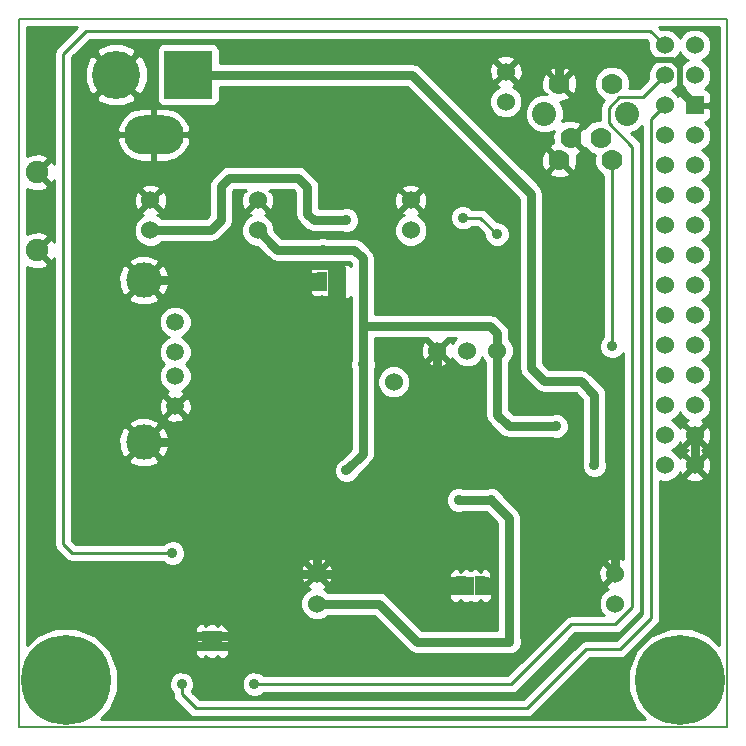
<source format=gbl>
G04 (created by PCBNEW (2013-03-15 BZR 4003)-stable) date 24-Aug-13 4:32:32 PM*
%MOIN*%
G04 Gerber Fmt 3.4, Leading zero omitted, Abs format*
%FSLAX34Y34*%
G01*
G70*
G90*
G04 APERTURE LIST*
%ADD10C,0*%
%ADD11C,0.00590551*%
%ADD12C,0.07*%
%ADD13C,0.08*%
%ADD14C,0.06*%
%ADD15R,0.06X0.06*%
%ADD16C,0.16*%
%ADD17R,0.16X0.16*%
%ADD18O,0.2X0.13*%
%ADD19C,0.075*%
%ADD20R,0.0299213X0.0645669*%
%ADD21R,0.0322835X0.0322835*%
%ADD22C,0.0591*%
%ADD23C,0.1181*%
%ADD24R,0.0299213X0.0649606*%
%ADD25R,0.0322835X0.0324803*%
%ADD26R,0.0322835X0.0346457*%
%ADD27C,0.3*%
%ADD28C,0.035*%
%ADD29C,0.01*%
%ADD30C,0.03*%
%ADD31C,0.02*%
G04 APERTURE END LIST*
G54D10*
G54D11*
X34547Y-31003D02*
X34547Y-7381D01*
X58169Y-31003D02*
X34547Y-31003D01*
X58169Y-7381D02*
X58169Y-31003D01*
X34547Y-7381D02*
X58169Y-7381D01*
G54D12*
X54319Y-9547D03*
X52569Y-9547D03*
G54D13*
X54819Y-10547D03*
X52069Y-10547D03*
G54D12*
X52569Y-12097D03*
X54319Y-12097D03*
X52944Y-11347D03*
X53944Y-11347D03*
G54D14*
X48507Y-18444D03*
X49507Y-18444D03*
X50507Y-18444D03*
X50787Y-10145D03*
X50787Y-9145D03*
X42519Y-14437D03*
X42519Y-13437D03*
X44488Y-26877D03*
X44488Y-25877D03*
X54429Y-26877D03*
X54429Y-25877D03*
X47618Y-14437D03*
X47618Y-13437D03*
X56084Y-8271D03*
X57084Y-8271D03*
X56084Y-9271D03*
X57084Y-9271D03*
X56084Y-10271D03*
G54D15*
X57084Y-10271D03*
G54D14*
X56084Y-11271D03*
X57084Y-11271D03*
X56084Y-12271D03*
X57084Y-12271D03*
X56084Y-13271D03*
X57084Y-13271D03*
X56084Y-14271D03*
X57084Y-14271D03*
X56084Y-15271D03*
X57084Y-15271D03*
X56084Y-16271D03*
X57084Y-16271D03*
X56084Y-17271D03*
X57084Y-17271D03*
X56084Y-18271D03*
X57084Y-18271D03*
X56084Y-19271D03*
X57084Y-19271D03*
X56084Y-20271D03*
X57084Y-20271D03*
G54D16*
X37795Y-9251D03*
G54D17*
X40195Y-9251D03*
G54D18*
X39045Y-11251D03*
G54D14*
X47047Y-19488D03*
G54D19*
X35150Y-12499D03*
X35150Y-15099D03*
G54D20*
X49606Y-26279D03*
G54D21*
X49299Y-26440D03*
X49299Y-26118D03*
X49913Y-26118D03*
X49913Y-26440D03*
G54D22*
X39763Y-20297D03*
X39763Y-19297D03*
X39763Y-18497D03*
X39763Y-17497D03*
G54D23*
X38713Y-21497D03*
X38713Y-16097D03*
G54D24*
X44980Y-16141D03*
G54D25*
X44673Y-16304D03*
X44673Y-15979D03*
X45287Y-15979D03*
X45287Y-16304D03*
G54D26*
X41146Y-28295D03*
X40824Y-28295D03*
X41146Y-27949D03*
X40824Y-27949D03*
G54D27*
X36122Y-29429D03*
X56594Y-29429D03*
G54D14*
X38937Y-14437D03*
X38937Y-13437D03*
X56084Y-21271D03*
X56084Y-22271D03*
X57084Y-21271D03*
X57084Y-22271D03*
G54D28*
X39675Y-25196D03*
X45472Y-22440D03*
X46023Y-18897D03*
X44685Y-15078D03*
X52460Y-20964D03*
X45472Y-14094D03*
X53740Y-22273D03*
X39980Y-29566D03*
X42401Y-29566D03*
X50885Y-28149D03*
X49212Y-23425D03*
X50295Y-23425D03*
X41240Y-21653D03*
X41240Y-21161D03*
X40748Y-21161D03*
X40748Y-21653D03*
X40748Y-22145D03*
X41240Y-22145D03*
X42322Y-21161D03*
X42322Y-22145D03*
X45974Y-28562D03*
X54330Y-18307D03*
X50492Y-14566D03*
X49350Y-14015D03*
G54D29*
X36787Y-7779D02*
X55592Y-7779D01*
X55592Y-7779D02*
X56084Y-8271D01*
X36787Y-7779D02*
X36023Y-8543D01*
X39675Y-25196D02*
X36318Y-25196D01*
X36023Y-24901D02*
X36023Y-8543D01*
X36318Y-25196D02*
X36023Y-24901D01*
G54D30*
X44685Y-15078D02*
X43161Y-15078D01*
X43161Y-15078D02*
X42519Y-14437D01*
X46023Y-17637D02*
X46023Y-15374D01*
X45728Y-15078D02*
X44685Y-15078D01*
X46023Y-15374D02*
X45728Y-15078D01*
X50507Y-18444D02*
X50507Y-17870D01*
X50275Y-17637D02*
X46023Y-17637D01*
X50507Y-17870D02*
X50275Y-17637D01*
X46023Y-18897D02*
X46023Y-17637D01*
X46023Y-21889D02*
X46023Y-18897D01*
X45472Y-22440D02*
X46023Y-21889D01*
X50507Y-18444D02*
X50507Y-20586D01*
X50507Y-20586D02*
X50885Y-20964D01*
X50885Y-20964D02*
X52460Y-20964D01*
X43858Y-12677D02*
X41574Y-12677D01*
X41279Y-14094D02*
X40943Y-14430D01*
X41279Y-12972D02*
X41279Y-14094D01*
X41574Y-12677D02*
X41279Y-12972D01*
X40943Y-14430D02*
X38937Y-14437D01*
X43858Y-12677D02*
X44173Y-12992D01*
X44173Y-12992D02*
X44173Y-13877D01*
X44173Y-13877D02*
X44389Y-14094D01*
X44389Y-14094D02*
X45472Y-14094D01*
X51633Y-19035D02*
X51633Y-13228D01*
X53740Y-19921D02*
X53287Y-19468D01*
X53740Y-22273D02*
X53740Y-19921D01*
X52066Y-19468D02*
X51633Y-19035D01*
X53287Y-19468D02*
X52066Y-19468D01*
X47657Y-9251D02*
X40195Y-9251D01*
X51633Y-13228D02*
X47657Y-9251D01*
G54D29*
X55639Y-27362D02*
X55639Y-10716D01*
X55639Y-10716D02*
X56084Y-10271D01*
X55639Y-27362D02*
X54596Y-28405D01*
X40452Y-30374D02*
X39980Y-29901D01*
X39980Y-29901D02*
X39980Y-29566D01*
X51496Y-30374D02*
X53464Y-28405D01*
X53464Y-28405D02*
X54596Y-28405D01*
X40452Y-30374D02*
X51496Y-30374D01*
X55000Y-27007D02*
X55000Y-11643D01*
X55356Y-10000D02*
X56084Y-9271D01*
X54566Y-10000D02*
X55356Y-10000D01*
X54222Y-10344D02*
X54566Y-10000D01*
X54222Y-10866D02*
X54222Y-10344D01*
X55000Y-11643D02*
X54222Y-10866D01*
X54438Y-27568D02*
X52962Y-27568D01*
X52962Y-27568D02*
X50964Y-29566D01*
X42401Y-29566D02*
X50964Y-29566D01*
X55000Y-27007D02*
X54438Y-27568D01*
G54D30*
X50885Y-28149D02*
X50885Y-24015D01*
X50885Y-24015D02*
X50295Y-23425D01*
X44488Y-26877D02*
X46543Y-26877D01*
X47814Y-28149D02*
X50885Y-28149D01*
X46543Y-26877D02*
X47814Y-28149D01*
X50295Y-23425D02*
X49212Y-23425D01*
X57084Y-21271D02*
X57084Y-22271D01*
X52569Y-9547D02*
X52569Y-9024D01*
X56584Y-9771D02*
X57084Y-10271D01*
G54D31*
X56584Y-8986D02*
X56584Y-9771D01*
X56368Y-8769D02*
X56584Y-8986D01*
G54D30*
X52824Y-8769D02*
X55649Y-8769D01*
G54D31*
X55649Y-8769D02*
X56368Y-8769D01*
G54D30*
X52569Y-9024D02*
X52824Y-8769D01*
X38713Y-16097D02*
X41166Y-16097D01*
X41170Y-16102D02*
X44173Y-16102D01*
X41166Y-16097D02*
X41170Y-16102D01*
X44980Y-16141D02*
X44980Y-16771D01*
X44980Y-16771D02*
X45000Y-16771D01*
X44980Y-16141D02*
X44980Y-15590D01*
X45000Y-15610D02*
X45000Y-15590D01*
X44980Y-15590D02*
X45000Y-15610D01*
X44673Y-16304D02*
X44375Y-16304D01*
X44375Y-16304D02*
X44173Y-16102D01*
X44673Y-15979D02*
X44296Y-15979D01*
X44296Y-15979D02*
X44173Y-16102D01*
X44173Y-16102D02*
X44094Y-16181D01*
X45287Y-15979D02*
X45287Y-15681D01*
X45196Y-15590D02*
X45000Y-15590D01*
X45287Y-15681D02*
X45196Y-15590D01*
X45000Y-15590D02*
X44251Y-15590D01*
X44094Y-15748D02*
X44094Y-16181D01*
X44251Y-15590D02*
X44094Y-15748D01*
X45287Y-16681D02*
X45287Y-16304D01*
X45196Y-16771D02*
X45287Y-16681D01*
X45000Y-16771D02*
X45196Y-16771D01*
X44094Y-16181D02*
X44094Y-16535D01*
X44330Y-16771D02*
X45000Y-16771D01*
X44094Y-16535D02*
X44330Y-16771D01*
X49913Y-26118D02*
X50173Y-26118D01*
X50173Y-26118D02*
X50393Y-26338D01*
X49913Y-26440D02*
X50291Y-26440D01*
X50291Y-26440D02*
X50393Y-26338D01*
X47405Y-25433D02*
X46970Y-25868D01*
X50393Y-26338D02*
X50393Y-25787D01*
X50393Y-25787D02*
X50039Y-25433D01*
X50039Y-25433D02*
X47405Y-25433D01*
X49299Y-26118D02*
X47582Y-26118D01*
X47582Y-26118D02*
X47401Y-26299D01*
X49299Y-26440D02*
X47543Y-26440D01*
X47543Y-26440D02*
X47401Y-26299D01*
X47401Y-26299D02*
X46970Y-25868D01*
X46970Y-25868D02*
X46960Y-25877D01*
X46960Y-25877D02*
X44488Y-25877D01*
X40824Y-28295D02*
X40461Y-28295D01*
X40461Y-28295D02*
X40114Y-27949D01*
X40824Y-27949D02*
X40114Y-27949D01*
X41227Y-27283D02*
X41893Y-27949D01*
X40114Y-27949D02*
X39960Y-27795D01*
X39960Y-27795D02*
X39960Y-27401D01*
X39960Y-27401D02*
X40078Y-27283D01*
X40078Y-27283D02*
X41227Y-27283D01*
X41146Y-28295D02*
X41546Y-28295D01*
X41546Y-28295D02*
X41893Y-27949D01*
X41146Y-27949D02*
X41893Y-27949D01*
X41893Y-27949D02*
X43192Y-27949D01*
X43192Y-27949D02*
X43425Y-27716D01*
X41146Y-28295D02*
X41146Y-27949D01*
X40824Y-28295D02*
X41146Y-28295D01*
X40824Y-27949D02*
X40824Y-28295D01*
X41146Y-27949D02*
X40824Y-27949D01*
X41240Y-21653D02*
X41240Y-21161D01*
X40748Y-21161D02*
X40748Y-21653D01*
X40748Y-22145D02*
X41240Y-22145D01*
X42322Y-21161D02*
X42322Y-22145D01*
X44488Y-25877D02*
X44488Y-22145D01*
X40198Y-21497D02*
X38713Y-21497D01*
X40354Y-21653D02*
X40198Y-21497D01*
X43996Y-21653D02*
X40354Y-21653D01*
X44488Y-22145D02*
X43996Y-21653D01*
X44488Y-25877D02*
X43748Y-25877D01*
X43748Y-25877D02*
X43425Y-26200D01*
X43425Y-26200D02*
X43425Y-27716D01*
X43425Y-27716D02*
X43740Y-28031D01*
X43740Y-28031D02*
X45718Y-28031D01*
X45718Y-28031D02*
X45974Y-28287D01*
X45974Y-28287D02*
X45974Y-28562D01*
X48507Y-18444D02*
X48507Y-21618D01*
X48507Y-21618D02*
X48976Y-22086D01*
X48976Y-22086D02*
X51594Y-22086D01*
X51594Y-22086D02*
X54429Y-24921D01*
X54429Y-24921D02*
X54429Y-25877D01*
G54D29*
X54330Y-18307D02*
X54330Y-12108D01*
X54330Y-12108D02*
X54319Y-12097D01*
X49350Y-14015D02*
X49940Y-14015D01*
X49940Y-14015D02*
X50492Y-14566D01*
G54D10*
G36*
X56756Y-9721D02*
X56734Y-9721D01*
X56642Y-9759D01*
X56572Y-9830D01*
X56534Y-9922D01*
X56534Y-9943D01*
X56396Y-9805D01*
X56314Y-9771D01*
X56395Y-9738D01*
X56550Y-9583D01*
X56584Y-9501D01*
X56618Y-9582D01*
X56756Y-9721D01*
X56756Y-9721D01*
G37*
G54D29*
X56756Y-9721D02*
X56734Y-9721D01*
X56642Y-9759D01*
X56572Y-9830D01*
X56534Y-9922D01*
X56534Y-9943D01*
X56396Y-9805D01*
X56314Y-9771D01*
X56395Y-9738D01*
X56550Y-9583D01*
X56584Y-9501D01*
X56618Y-9582D01*
X56756Y-9721D01*
G54D10*
G36*
X56854Y-8771D02*
X56773Y-8805D01*
X56618Y-8959D01*
X56584Y-9041D01*
X56551Y-8960D01*
X56396Y-8805D01*
X56314Y-8771D01*
X56395Y-8738D01*
X56550Y-8583D01*
X56584Y-8501D01*
X56618Y-8582D01*
X56772Y-8737D01*
X56854Y-8771D01*
X56854Y-8771D01*
G37*
G54D29*
X56854Y-8771D02*
X56773Y-8805D01*
X56618Y-8959D01*
X56584Y-9041D01*
X56551Y-8960D01*
X56396Y-8805D01*
X56314Y-8771D01*
X56395Y-8738D01*
X56550Y-8583D01*
X56584Y-8501D01*
X56618Y-8582D01*
X56772Y-8737D01*
X56854Y-8771D01*
G54D10*
G36*
X57889Y-28249D02*
X57639Y-27998D01*
X57639Y-22353D01*
X57639Y-21353D01*
X57628Y-21134D01*
X57565Y-20983D01*
X57470Y-20956D01*
X57155Y-21271D01*
X57470Y-21586D01*
X57565Y-21559D01*
X57639Y-21353D01*
X57639Y-22353D01*
X57628Y-22134D01*
X57565Y-21983D01*
X57470Y-21956D01*
X57399Y-22027D01*
X57399Y-21885D01*
X57372Y-21790D01*
X57323Y-21773D01*
X57372Y-21752D01*
X57399Y-21657D01*
X57084Y-21342D01*
X56769Y-21657D01*
X56796Y-21752D01*
X56845Y-21770D01*
X56796Y-21790D01*
X56769Y-21885D01*
X57084Y-22200D01*
X57399Y-21885D01*
X57399Y-22027D01*
X57155Y-22271D01*
X57470Y-22586D01*
X57565Y-22559D01*
X57639Y-22353D01*
X57639Y-27998D01*
X57587Y-27946D01*
X57399Y-27868D01*
X57399Y-22657D01*
X57084Y-22342D01*
X56769Y-22657D01*
X56796Y-22752D01*
X57002Y-22826D01*
X57221Y-22815D01*
X57372Y-22752D01*
X57399Y-22657D01*
X57399Y-27868D01*
X56944Y-27679D01*
X56247Y-27678D01*
X55604Y-27944D01*
X55111Y-28436D01*
X54844Y-29079D01*
X54844Y-29775D01*
X55110Y-30419D01*
X55414Y-30724D01*
X37301Y-30724D01*
X37604Y-30421D01*
X37871Y-29778D01*
X37872Y-29082D01*
X37606Y-28439D01*
X37114Y-27946D01*
X36471Y-27679D01*
X35775Y-27678D01*
X35132Y-27944D01*
X34826Y-28249D01*
X34826Y-15645D01*
X35051Y-15728D01*
X35299Y-15718D01*
X35483Y-15642D01*
X35520Y-15539D01*
X35150Y-15169D01*
X35145Y-15175D01*
X35074Y-15104D01*
X35080Y-15099D01*
X35074Y-15093D01*
X35145Y-15022D01*
X35150Y-15028D01*
X35520Y-14658D01*
X35483Y-14555D01*
X35250Y-14469D01*
X35002Y-14479D01*
X34826Y-14552D01*
X34826Y-13045D01*
X35051Y-13128D01*
X35299Y-13118D01*
X35483Y-13042D01*
X35520Y-12939D01*
X35150Y-12569D01*
X35145Y-12575D01*
X35074Y-12504D01*
X35080Y-12499D01*
X35074Y-12493D01*
X35145Y-12422D01*
X35150Y-12428D01*
X35520Y-12058D01*
X35483Y-11955D01*
X35250Y-11869D01*
X35002Y-11879D01*
X34826Y-11952D01*
X34826Y-7661D01*
X36481Y-7661D01*
X35811Y-8331D01*
X35746Y-8428D01*
X35723Y-8543D01*
X35723Y-12237D01*
X35694Y-12166D01*
X35591Y-12129D01*
X35221Y-12499D01*
X35591Y-12868D01*
X35694Y-12832D01*
X35723Y-12752D01*
X35723Y-14837D01*
X35694Y-14766D01*
X35591Y-14729D01*
X35221Y-15099D01*
X35591Y-15468D01*
X35694Y-15432D01*
X35723Y-15352D01*
X35723Y-24901D01*
X35746Y-25016D01*
X35811Y-25113D01*
X36106Y-25408D01*
X36204Y-25474D01*
X36318Y-25496D01*
X39374Y-25496D01*
X39434Y-25556D01*
X39590Y-25621D01*
X39759Y-25621D01*
X39915Y-25557D01*
X40035Y-25437D01*
X40100Y-25281D01*
X40100Y-25112D01*
X40075Y-25053D01*
X40075Y-20680D01*
X39763Y-20368D01*
X39693Y-20439D01*
X39693Y-20297D01*
X39381Y-19985D01*
X39286Y-20012D01*
X39213Y-20216D01*
X39224Y-20433D01*
X39286Y-20582D01*
X39381Y-20609D01*
X39693Y-20297D01*
X39693Y-20439D01*
X39451Y-20680D01*
X39478Y-20775D01*
X39683Y-20847D01*
X39899Y-20836D01*
X40048Y-20775D01*
X40075Y-20680D01*
X40075Y-25053D01*
X40035Y-24956D01*
X39916Y-24836D01*
X39760Y-24771D01*
X39591Y-24771D01*
X39557Y-24785D01*
X39557Y-21648D01*
X39550Y-21314D01*
X39435Y-21035D01*
X39309Y-20972D01*
X39239Y-21043D01*
X39239Y-20901D01*
X39176Y-20776D01*
X38864Y-20654D01*
X38530Y-20660D01*
X38251Y-20776D01*
X38188Y-20901D01*
X38713Y-21426D01*
X39239Y-20901D01*
X39239Y-21043D01*
X38784Y-21497D01*
X39309Y-22022D01*
X39435Y-21960D01*
X39557Y-21648D01*
X39557Y-24785D01*
X39434Y-24836D01*
X39374Y-24896D01*
X39239Y-24896D01*
X39239Y-22093D01*
X38713Y-21568D01*
X38643Y-21639D01*
X38643Y-21497D01*
X38117Y-20972D01*
X37992Y-21035D01*
X37870Y-21346D01*
X37876Y-21680D01*
X37992Y-21960D01*
X38117Y-22022D01*
X38643Y-21497D01*
X38643Y-21639D01*
X38188Y-22093D01*
X38251Y-22219D01*
X38562Y-22341D01*
X38896Y-22334D01*
X39176Y-22219D01*
X39239Y-22093D01*
X39239Y-24896D01*
X36443Y-24896D01*
X36323Y-24777D01*
X36323Y-8667D01*
X36911Y-8079D01*
X55468Y-8079D01*
X55539Y-8150D01*
X55534Y-8161D01*
X55534Y-8380D01*
X55618Y-8582D01*
X55772Y-8737D01*
X55854Y-8771D01*
X55773Y-8805D01*
X55618Y-8959D01*
X55534Y-9161D01*
X55534Y-9380D01*
X55539Y-9392D01*
X55232Y-9700D01*
X54906Y-9700D01*
X54919Y-9667D01*
X54919Y-9428D01*
X54828Y-9207D01*
X54660Y-9038D01*
X54439Y-8947D01*
X54201Y-8947D01*
X53980Y-9038D01*
X53811Y-9206D01*
X53719Y-9427D01*
X53719Y-9666D01*
X53810Y-9886D01*
X53979Y-10055D01*
X54055Y-10087D01*
X54010Y-10132D01*
X53945Y-10229D01*
X53922Y-10344D01*
X53922Y-10747D01*
X53826Y-10747D01*
X53605Y-10838D01*
X53436Y-11006D01*
X53432Y-11017D01*
X53367Y-10995D01*
X53015Y-11347D01*
X53367Y-11698D01*
X53431Y-11677D01*
X53435Y-11686D01*
X53604Y-11855D01*
X53746Y-11914D01*
X53719Y-11977D01*
X53719Y-12216D01*
X53810Y-12436D01*
X53979Y-12605D01*
X54030Y-12626D01*
X54030Y-18006D01*
X53970Y-18066D01*
X53905Y-18222D01*
X53905Y-18391D01*
X53970Y-18547D01*
X54089Y-18667D01*
X54245Y-18732D01*
X54414Y-18732D01*
X54571Y-18667D01*
X54690Y-18548D01*
X54700Y-18525D01*
X54700Y-25390D01*
X54510Y-25323D01*
X54292Y-25334D01*
X54165Y-25386D01*
X54165Y-22189D01*
X54140Y-22128D01*
X54140Y-19921D01*
X54109Y-19768D01*
X54109Y-19768D01*
X54080Y-19725D01*
X54023Y-19638D01*
X54023Y-19638D01*
X53570Y-19185D01*
X53440Y-19098D01*
X53415Y-19093D01*
X53296Y-19070D01*
X53296Y-11769D01*
X52944Y-11417D01*
X52939Y-11423D01*
X52868Y-11352D01*
X52874Y-11347D01*
X52868Y-11341D01*
X52939Y-11270D01*
X52944Y-11276D01*
X53296Y-10925D01*
X53262Y-10824D01*
X53174Y-10792D01*
X53174Y-9640D01*
X53164Y-9402D01*
X53092Y-9229D01*
X52992Y-9195D01*
X52921Y-9266D01*
X52921Y-9125D01*
X52887Y-9024D01*
X52663Y-8942D01*
X52425Y-8952D01*
X52251Y-9024D01*
X52218Y-9125D01*
X52569Y-9476D01*
X52921Y-9125D01*
X52921Y-9266D01*
X52640Y-9547D01*
X52992Y-9898D01*
X53092Y-9865D01*
X53174Y-9640D01*
X53174Y-10792D01*
X53038Y-10742D01*
X52800Y-10752D01*
X52665Y-10808D01*
X52719Y-10677D01*
X52719Y-10418D01*
X52621Y-10179D01*
X52588Y-10146D01*
X52714Y-10141D01*
X52887Y-10069D01*
X52921Y-9969D01*
X52569Y-9617D01*
X52564Y-9623D01*
X52493Y-9552D01*
X52499Y-9547D01*
X52147Y-9195D01*
X52047Y-9229D01*
X51965Y-9453D01*
X51975Y-9692D01*
X52047Y-9865D01*
X52143Y-9897D01*
X51941Y-9897D01*
X51702Y-9995D01*
X51519Y-10178D01*
X51419Y-10417D01*
X51419Y-10675D01*
X51518Y-10914D01*
X51701Y-11097D01*
X51940Y-11197D01*
X52198Y-11197D01*
X52389Y-11118D01*
X52340Y-11253D01*
X52350Y-11492D01*
X52365Y-11527D01*
X52251Y-11574D01*
X52218Y-11675D01*
X52569Y-12026D01*
X52575Y-12020D01*
X52646Y-12091D01*
X52640Y-12097D01*
X52992Y-12448D01*
X53092Y-12415D01*
X53174Y-12190D01*
X53164Y-11952D01*
X53149Y-11916D01*
X53262Y-11869D01*
X53296Y-11769D01*
X53296Y-19070D01*
X53287Y-19068D01*
X52921Y-19068D01*
X52921Y-12519D01*
X52569Y-12167D01*
X52499Y-12238D01*
X52499Y-12097D01*
X52147Y-11745D01*
X52047Y-11779D01*
X51965Y-12003D01*
X51975Y-12242D01*
X52047Y-12415D01*
X52147Y-12448D01*
X52499Y-12097D01*
X52499Y-12238D01*
X52218Y-12519D01*
X52251Y-12619D01*
X52476Y-12701D01*
X52714Y-12691D01*
X52887Y-12619D01*
X52921Y-12519D01*
X52921Y-19068D01*
X52232Y-19068D01*
X52033Y-18869D01*
X52033Y-13228D01*
X52033Y-13228D01*
X52003Y-13075D01*
X52003Y-13075D01*
X51916Y-12945D01*
X51916Y-12945D01*
X51342Y-12370D01*
X51342Y-9227D01*
X51331Y-9008D01*
X51268Y-8857D01*
X51173Y-8830D01*
X51102Y-8901D01*
X51102Y-8759D01*
X51075Y-8664D01*
X50869Y-8590D01*
X50650Y-8601D01*
X50499Y-8664D01*
X50472Y-8759D01*
X50787Y-9074D01*
X51102Y-8759D01*
X51102Y-8901D01*
X50858Y-9145D01*
X51173Y-9460D01*
X51268Y-9433D01*
X51342Y-9227D01*
X51342Y-12370D01*
X51337Y-12366D01*
X51337Y-10036D01*
X51253Y-9834D01*
X51099Y-9679D01*
X51023Y-9648D01*
X51075Y-9626D01*
X51102Y-9531D01*
X50787Y-9216D01*
X50716Y-9287D01*
X50716Y-9145D01*
X50401Y-8830D01*
X50306Y-8857D01*
X50232Y-9063D01*
X50243Y-9282D01*
X50306Y-9433D01*
X50401Y-9460D01*
X50716Y-9145D01*
X50716Y-9287D01*
X50472Y-9531D01*
X50499Y-9626D01*
X50554Y-9646D01*
X50476Y-9679D01*
X50321Y-9833D01*
X50237Y-10035D01*
X50237Y-10254D01*
X50320Y-10456D01*
X50475Y-10611D01*
X50677Y-10695D01*
X50896Y-10695D01*
X51098Y-10612D01*
X51253Y-10457D01*
X51337Y-10255D01*
X51337Y-10036D01*
X51337Y-12366D01*
X47940Y-8969D01*
X47810Y-8882D01*
X47785Y-8877D01*
X47657Y-8851D01*
X41245Y-8851D01*
X41245Y-8402D01*
X41207Y-8310D01*
X41137Y-8240D01*
X41045Y-8202D01*
X40945Y-8201D01*
X39345Y-8201D01*
X39253Y-8239D01*
X39183Y-8310D01*
X39145Y-8402D01*
X39145Y-8501D01*
X39145Y-10101D01*
X39183Y-10193D01*
X39253Y-10263D01*
X39345Y-10301D01*
X39444Y-10302D01*
X41044Y-10302D01*
X41136Y-10264D01*
X41207Y-10193D01*
X41245Y-10101D01*
X41245Y-10002D01*
X41245Y-9651D01*
X47491Y-9651D01*
X51233Y-13394D01*
X51233Y-19035D01*
X51259Y-19163D01*
X51264Y-19188D01*
X51351Y-19318D01*
X51784Y-19751D01*
X51784Y-19751D01*
X51913Y-19838D01*
X51913Y-19838D01*
X52066Y-19868D01*
X52066Y-19868D01*
X53121Y-19868D01*
X53340Y-20086D01*
X53340Y-22128D01*
X53315Y-22188D01*
X53315Y-22357D01*
X53379Y-22514D01*
X53499Y-22633D01*
X53655Y-22698D01*
X53824Y-22698D01*
X53980Y-22634D01*
X54100Y-22514D01*
X54165Y-22358D01*
X54165Y-22189D01*
X54165Y-25386D01*
X54141Y-25396D01*
X54113Y-25492D01*
X54429Y-25807D01*
X54434Y-25801D01*
X54505Y-25872D01*
X54499Y-25877D01*
X54505Y-25883D01*
X54434Y-25954D01*
X54429Y-25948D01*
X54358Y-26019D01*
X54358Y-25877D01*
X54043Y-25562D01*
X53947Y-25590D01*
X53874Y-25796D01*
X53885Y-26014D01*
X53947Y-26165D01*
X54043Y-26193D01*
X54358Y-25877D01*
X54358Y-26019D01*
X54113Y-26263D01*
X54141Y-26359D01*
X54196Y-26378D01*
X54117Y-26411D01*
X53963Y-26565D01*
X53879Y-26768D01*
X53879Y-26986D01*
X53962Y-27189D01*
X54042Y-27268D01*
X52962Y-27268D01*
X52885Y-27284D01*
X52885Y-20880D01*
X52821Y-20724D01*
X52701Y-20604D01*
X52545Y-20539D01*
X52376Y-20539D01*
X52315Y-20564D01*
X51051Y-20564D01*
X50907Y-20420D01*
X50907Y-18822D01*
X50973Y-18756D01*
X51057Y-18554D01*
X51057Y-18335D01*
X50974Y-18133D01*
X50917Y-18076D01*
X50917Y-14482D01*
X50852Y-14326D01*
X50733Y-14206D01*
X50577Y-14142D01*
X50491Y-14141D01*
X50153Y-13803D01*
X50055Y-13738D01*
X49940Y-13715D01*
X49651Y-13715D01*
X49591Y-13655D01*
X49435Y-13590D01*
X49266Y-13590D01*
X49109Y-13655D01*
X48990Y-13774D01*
X48925Y-13930D01*
X48925Y-14099D01*
X48989Y-14256D01*
X49109Y-14375D01*
X49265Y-14440D01*
X49434Y-14440D01*
X49590Y-14376D01*
X49651Y-14315D01*
X49816Y-14315D01*
X50067Y-14566D01*
X50067Y-14651D01*
X50131Y-14807D01*
X50251Y-14927D01*
X50407Y-14991D01*
X50576Y-14992D01*
X50732Y-14927D01*
X50852Y-14807D01*
X50917Y-14651D01*
X50917Y-14482D01*
X50917Y-18076D01*
X50907Y-18067D01*
X50907Y-17870D01*
X50882Y-17742D01*
X50877Y-17717D01*
X50877Y-17717D01*
X50790Y-17587D01*
X50558Y-17354D01*
X50428Y-17268D01*
X50403Y-17263D01*
X50275Y-17237D01*
X48172Y-17237D01*
X48172Y-13518D01*
X48161Y-13300D01*
X48099Y-13149D01*
X48004Y-13121D01*
X47933Y-13192D01*
X47933Y-13051D01*
X47905Y-12955D01*
X47699Y-12882D01*
X47481Y-12893D01*
X47330Y-12955D01*
X47302Y-13051D01*
X47618Y-13366D01*
X47933Y-13051D01*
X47933Y-13192D01*
X47688Y-13437D01*
X48004Y-13752D01*
X48099Y-13724D01*
X48172Y-13518D01*
X48172Y-17237D01*
X48168Y-17237D01*
X48168Y-14328D01*
X48084Y-14125D01*
X47930Y-13971D01*
X47854Y-13939D01*
X47905Y-13918D01*
X47933Y-13822D01*
X47618Y-13507D01*
X47547Y-13578D01*
X47547Y-13437D01*
X47232Y-13121D01*
X47136Y-13149D01*
X47063Y-13355D01*
X47074Y-13573D01*
X47136Y-13724D01*
X47232Y-13752D01*
X47547Y-13437D01*
X47547Y-13578D01*
X47302Y-13822D01*
X47330Y-13918D01*
X47385Y-13937D01*
X47306Y-13970D01*
X47152Y-14125D01*
X47068Y-14327D01*
X47068Y-14545D01*
X47151Y-14748D01*
X47306Y-14903D01*
X47508Y-14986D01*
X47727Y-14987D01*
X47929Y-14903D01*
X48084Y-14748D01*
X48168Y-14546D01*
X48168Y-14328D01*
X48168Y-17237D01*
X46423Y-17237D01*
X46423Y-15374D01*
X46398Y-15246D01*
X46393Y-15220D01*
X46393Y-15220D01*
X46306Y-15091D01*
X46306Y-15091D01*
X46011Y-14795D01*
X45897Y-14719D01*
X45897Y-14010D01*
X45832Y-13854D01*
X45713Y-13734D01*
X45557Y-13669D01*
X45388Y-13669D01*
X45327Y-13694D01*
X44573Y-13694D01*
X44573Y-12992D01*
X44573Y-12992D01*
X44542Y-12839D01*
X44542Y-12839D01*
X44456Y-12709D01*
X44456Y-12709D01*
X44141Y-12394D01*
X44011Y-12307D01*
X43985Y-12302D01*
X43858Y-12277D01*
X41574Y-12277D01*
X41447Y-12302D01*
X41421Y-12307D01*
X41291Y-12394D01*
X40996Y-12689D01*
X40909Y-12819D01*
X40904Y-12844D01*
X40879Y-12972D01*
X40879Y-13928D01*
X40777Y-14030D01*
X40275Y-14032D01*
X40275Y-11441D01*
X40275Y-11062D01*
X40245Y-10953D01*
X40067Y-10650D01*
X39785Y-10439D01*
X39445Y-10351D01*
X39095Y-10351D01*
X39095Y-11201D01*
X40231Y-11201D01*
X40275Y-11062D01*
X40275Y-11441D01*
X40231Y-11301D01*
X39095Y-11301D01*
X39095Y-12151D01*
X39445Y-12151D01*
X39785Y-12064D01*
X40067Y-11853D01*
X40245Y-11550D01*
X40275Y-11441D01*
X40275Y-14032D01*
X39491Y-14035D01*
X39491Y-13518D01*
X39480Y-13300D01*
X39418Y-13149D01*
X39322Y-13121D01*
X39252Y-13192D01*
X39252Y-13051D01*
X39224Y-12955D01*
X39018Y-12882D01*
X38995Y-12883D01*
X38995Y-12151D01*
X38995Y-11301D01*
X38995Y-11201D01*
X38995Y-10351D01*
X38846Y-10351D01*
X38846Y-9452D01*
X38843Y-9035D01*
X38689Y-8663D01*
X38542Y-8575D01*
X38471Y-8646D01*
X38471Y-8504D01*
X38383Y-8357D01*
X37996Y-8200D01*
X37578Y-8203D01*
X37207Y-8357D01*
X37118Y-8504D01*
X37795Y-9181D01*
X38471Y-8504D01*
X38471Y-8646D01*
X37865Y-9251D01*
X38542Y-9928D01*
X38689Y-9840D01*
X38846Y-9452D01*
X38846Y-10351D01*
X38645Y-10351D01*
X38471Y-10396D01*
X38471Y-9999D01*
X37795Y-9322D01*
X37724Y-9393D01*
X37724Y-9251D01*
X37047Y-8575D01*
X36900Y-8663D01*
X36743Y-9050D01*
X36746Y-9468D01*
X36900Y-9840D01*
X37047Y-9928D01*
X37724Y-9251D01*
X37724Y-9393D01*
X37118Y-9999D01*
X37207Y-10146D01*
X37594Y-10303D01*
X38011Y-10300D01*
X38383Y-10146D01*
X38471Y-9999D01*
X38471Y-10396D01*
X38304Y-10439D01*
X38023Y-10650D01*
X37844Y-10953D01*
X37815Y-11062D01*
X37859Y-11201D01*
X38995Y-11201D01*
X38995Y-11301D01*
X37859Y-11301D01*
X37815Y-11441D01*
X37844Y-11550D01*
X38023Y-11853D01*
X38304Y-12064D01*
X38645Y-12151D01*
X38995Y-12151D01*
X38995Y-12883D01*
X38800Y-12893D01*
X38649Y-12955D01*
X38621Y-13051D01*
X38937Y-13366D01*
X39252Y-13051D01*
X39252Y-13192D01*
X39007Y-13437D01*
X39322Y-13752D01*
X39418Y-13724D01*
X39491Y-13518D01*
X39491Y-14035D01*
X39313Y-14035D01*
X39248Y-13971D01*
X39173Y-13939D01*
X39224Y-13918D01*
X39252Y-13822D01*
X38937Y-13507D01*
X38866Y-13578D01*
X38866Y-13437D01*
X38551Y-13121D01*
X38455Y-13149D01*
X38382Y-13355D01*
X38393Y-13573D01*
X38455Y-13724D01*
X38551Y-13752D01*
X38866Y-13437D01*
X38866Y-13578D01*
X38621Y-13822D01*
X38649Y-13918D01*
X38704Y-13937D01*
X38625Y-13970D01*
X38471Y-14125D01*
X38387Y-14327D01*
X38386Y-14545D01*
X38470Y-14748D01*
X38625Y-14903D01*
X38827Y-14986D01*
X39045Y-14987D01*
X39248Y-14903D01*
X39316Y-14835D01*
X40941Y-14830D01*
X40943Y-14830D01*
X41096Y-14799D01*
X41226Y-14713D01*
X41562Y-14377D01*
X41562Y-14377D01*
X41649Y-14247D01*
X41649Y-14247D01*
X41649Y-14247D01*
X41679Y-14094D01*
X41679Y-14094D01*
X41679Y-13138D01*
X41740Y-13077D01*
X42089Y-13077D01*
X42133Y-13121D01*
X42038Y-13149D01*
X41964Y-13355D01*
X41975Y-13573D01*
X42038Y-13724D01*
X42133Y-13752D01*
X42448Y-13437D01*
X42443Y-13431D01*
X42514Y-13360D01*
X42519Y-13366D01*
X42525Y-13360D01*
X42595Y-13431D01*
X42590Y-13437D01*
X42905Y-13752D01*
X43000Y-13724D01*
X43074Y-13518D01*
X43063Y-13300D01*
X43000Y-13149D01*
X42905Y-13121D01*
X42950Y-13077D01*
X43692Y-13077D01*
X43773Y-13157D01*
X43773Y-13877D01*
X43798Y-14005D01*
X43803Y-14031D01*
X43890Y-14160D01*
X44106Y-14377D01*
X44106Y-14377D01*
X44193Y-14435D01*
X44236Y-14464D01*
X44236Y-14464D01*
X44389Y-14494D01*
X45327Y-14494D01*
X45387Y-14519D01*
X45556Y-14519D01*
X45712Y-14454D01*
X45832Y-14335D01*
X45897Y-14179D01*
X45897Y-14010D01*
X45897Y-14719D01*
X45881Y-14709D01*
X45856Y-14704D01*
X45728Y-14678D01*
X44829Y-14678D01*
X44769Y-14653D01*
X44600Y-14653D01*
X44540Y-14678D01*
X43327Y-14678D01*
X43074Y-14426D01*
X43069Y-14421D01*
X43069Y-14328D01*
X42986Y-14125D01*
X42831Y-13971D01*
X42756Y-13939D01*
X42807Y-13918D01*
X42834Y-13822D01*
X42519Y-13507D01*
X42448Y-13578D01*
X42204Y-13822D01*
X42231Y-13918D01*
X42287Y-13937D01*
X42208Y-13970D01*
X42053Y-14125D01*
X41969Y-14327D01*
X41969Y-14545D01*
X42053Y-14748D01*
X42207Y-14903D01*
X42409Y-14986D01*
X42503Y-14986D01*
X42878Y-15361D01*
X42878Y-15361D01*
X43008Y-15448D01*
X43008Y-15448D01*
X43033Y-15453D01*
X43161Y-15478D01*
X44540Y-15478D01*
X44600Y-15503D01*
X44769Y-15503D01*
X44829Y-15478D01*
X45562Y-15478D01*
X45623Y-15539D01*
X45623Y-15638D01*
X45590Y-15604D01*
X45498Y-15566D01*
X45399Y-15566D01*
X45337Y-15629D01*
X45337Y-15670D01*
X45271Y-15604D01*
X45179Y-15566D01*
X45131Y-15566D01*
X45076Y-15566D01*
X44984Y-15604D01*
X44980Y-15609D01*
X44976Y-15604D01*
X44884Y-15566D01*
X44829Y-15566D01*
X44781Y-15566D01*
X44689Y-15604D01*
X44623Y-15670D01*
X44623Y-15629D01*
X44560Y-15566D01*
X44462Y-15566D01*
X44370Y-15604D01*
X44299Y-15675D01*
X44261Y-15766D01*
X44261Y-15866D01*
X44261Y-15866D01*
X44324Y-15929D01*
X44371Y-15929D01*
X44370Y-15929D01*
X44299Y-15999D01*
X44261Y-16091D01*
X44261Y-16091D01*
X44261Y-16091D01*
X44261Y-16092D01*
X44261Y-16141D01*
X44261Y-16191D01*
X44261Y-16191D01*
X44261Y-16191D01*
X44261Y-16191D01*
X44299Y-16283D01*
X44370Y-16353D01*
X44371Y-16354D01*
X44324Y-16354D01*
X44261Y-16416D01*
X44261Y-16417D01*
X44261Y-16516D01*
X44299Y-16608D01*
X44370Y-16678D01*
X44462Y-16716D01*
X44560Y-16716D01*
X44623Y-16654D01*
X44623Y-16612D01*
X44689Y-16678D01*
X44781Y-16716D01*
X44829Y-16716D01*
X44884Y-16716D01*
X44976Y-16678D01*
X44980Y-16674D01*
X44984Y-16678D01*
X45076Y-16716D01*
X45131Y-16716D01*
X45179Y-16716D01*
X45271Y-16678D01*
X45337Y-16612D01*
X45337Y-16654D01*
X45399Y-16716D01*
X45498Y-16716D01*
X45590Y-16678D01*
X45623Y-16645D01*
X45623Y-17637D01*
X45623Y-18752D01*
X45598Y-18812D01*
X45598Y-18981D01*
X45623Y-19042D01*
X45623Y-21724D01*
X45292Y-22055D01*
X45232Y-22080D01*
X45112Y-22199D01*
X45047Y-22356D01*
X45047Y-22525D01*
X45111Y-22681D01*
X45231Y-22801D01*
X45387Y-22865D01*
X45556Y-22866D01*
X45712Y-22801D01*
X45832Y-22682D01*
X45857Y-22621D01*
X46306Y-22172D01*
X46306Y-22172D01*
X46393Y-22042D01*
X46393Y-22042D01*
X46393Y-22042D01*
X46423Y-21889D01*
X46423Y-21889D01*
X46423Y-19042D01*
X46448Y-18982D01*
X46448Y-18813D01*
X46423Y-18752D01*
X46423Y-18037D01*
X48198Y-18037D01*
X48192Y-18058D01*
X48507Y-18374D01*
X48823Y-18058D01*
X48816Y-18037D01*
X49137Y-18037D01*
X49041Y-18132D01*
X49010Y-18208D01*
X48989Y-18157D01*
X48893Y-18129D01*
X48578Y-18444D01*
X48893Y-18760D01*
X48989Y-18732D01*
X49008Y-18677D01*
X49041Y-18756D01*
X49195Y-18910D01*
X49397Y-18994D01*
X49616Y-18994D01*
X49819Y-18911D01*
X49973Y-18756D01*
X50007Y-18674D01*
X50041Y-18756D01*
X50107Y-18822D01*
X50107Y-20586D01*
X50133Y-20714D01*
X50138Y-20739D01*
X50225Y-20869D01*
X50602Y-21247D01*
X50602Y-21247D01*
X50732Y-21334D01*
X50732Y-21334D01*
X50758Y-21339D01*
X50885Y-21364D01*
X52315Y-21364D01*
X52375Y-21389D01*
X52544Y-21389D01*
X52701Y-21325D01*
X52820Y-21205D01*
X52885Y-21049D01*
X52885Y-20880D01*
X52885Y-27284D01*
X52847Y-27291D01*
X52750Y-27356D01*
X51310Y-28796D01*
X51310Y-28065D01*
X51285Y-28004D01*
X51285Y-24015D01*
X51255Y-23862D01*
X51255Y-23862D01*
X51226Y-23819D01*
X51168Y-23732D01*
X51168Y-23732D01*
X50680Y-23244D01*
X50655Y-23184D01*
X50536Y-23065D01*
X50380Y-23000D01*
X50211Y-23000D01*
X50150Y-23025D01*
X49357Y-23025D01*
X49297Y-23000D01*
X49128Y-23000D01*
X48972Y-23064D01*
X48852Y-23184D01*
X48823Y-23255D01*
X48823Y-18830D01*
X48507Y-18515D01*
X48437Y-18586D01*
X48437Y-18444D01*
X48121Y-18129D01*
X48026Y-18157D01*
X47953Y-18363D01*
X47964Y-18581D01*
X48026Y-18732D01*
X48121Y-18760D01*
X48437Y-18444D01*
X48437Y-18586D01*
X48192Y-18830D01*
X48220Y-18926D01*
X48426Y-18999D01*
X48644Y-18988D01*
X48795Y-18926D01*
X48823Y-18830D01*
X48823Y-23255D01*
X48787Y-23340D01*
X48787Y-23509D01*
X48852Y-23665D01*
X48971Y-23785D01*
X49127Y-23850D01*
X49296Y-23850D01*
X49357Y-23825D01*
X50129Y-23825D01*
X50485Y-24181D01*
X50485Y-27749D01*
X50324Y-27749D01*
X50324Y-26552D01*
X50324Y-26553D01*
X50262Y-26490D01*
X50216Y-26490D01*
X50286Y-26421D01*
X50324Y-26329D01*
X50324Y-26328D01*
X50324Y-26328D01*
X50324Y-26329D01*
X50324Y-26279D01*
X50324Y-26230D01*
X50324Y-26230D01*
X50324Y-26230D01*
X50324Y-26229D01*
X50286Y-26137D01*
X50216Y-26068D01*
X50262Y-26068D01*
X50324Y-26005D01*
X50324Y-26006D01*
X50324Y-25906D01*
X50286Y-25814D01*
X50216Y-25744D01*
X50124Y-25706D01*
X50025Y-25706D01*
X49963Y-25769D01*
X49963Y-25810D01*
X49897Y-25744D01*
X49805Y-25706D01*
X49757Y-25706D01*
X49702Y-25706D01*
X49610Y-25744D01*
X49606Y-25748D01*
X49602Y-25744D01*
X49510Y-25706D01*
X49455Y-25706D01*
X49407Y-25706D01*
X49315Y-25744D01*
X49249Y-25810D01*
X49249Y-25769D01*
X49186Y-25706D01*
X49088Y-25706D01*
X48996Y-25744D01*
X48925Y-25814D01*
X48887Y-25906D01*
X48887Y-26006D01*
X48887Y-26005D01*
X48950Y-26068D01*
X48995Y-26068D01*
X48925Y-26137D01*
X48887Y-26229D01*
X48887Y-26230D01*
X48887Y-26230D01*
X48887Y-26230D01*
X48887Y-26279D01*
X48887Y-26329D01*
X48887Y-26328D01*
X48887Y-26328D01*
X48887Y-26329D01*
X48925Y-26421D01*
X48995Y-26490D01*
X48950Y-26490D01*
X48887Y-26553D01*
X48887Y-26552D01*
X48887Y-26652D01*
X48925Y-26744D01*
X48996Y-26814D01*
X49088Y-26852D01*
X49186Y-26852D01*
X49249Y-26789D01*
X49249Y-26748D01*
X49315Y-26814D01*
X49407Y-26852D01*
X49455Y-26852D01*
X49510Y-26852D01*
X49602Y-26814D01*
X49606Y-26810D01*
X49610Y-26814D01*
X49702Y-26852D01*
X49757Y-26852D01*
X49805Y-26852D01*
X49897Y-26814D01*
X49963Y-26748D01*
X49963Y-26789D01*
X50025Y-26852D01*
X50124Y-26852D01*
X50216Y-26814D01*
X50286Y-26744D01*
X50324Y-26652D01*
X50324Y-26552D01*
X50324Y-27749D01*
X47980Y-27749D01*
X47597Y-27366D01*
X47597Y-19379D01*
X47513Y-19177D01*
X47359Y-19022D01*
X47157Y-18938D01*
X46938Y-18938D01*
X46736Y-19021D01*
X46581Y-19176D01*
X46497Y-19378D01*
X46497Y-19597D01*
X46580Y-19799D01*
X46735Y-19954D01*
X46937Y-20038D01*
X47156Y-20038D01*
X47358Y-19954D01*
X47513Y-19800D01*
X47597Y-19598D01*
X47597Y-19379D01*
X47597Y-27366D01*
X46826Y-26595D01*
X46696Y-26508D01*
X46670Y-26503D01*
X46543Y-26477D01*
X45042Y-26477D01*
X45042Y-25959D01*
X45032Y-25741D01*
X44969Y-25590D01*
X44874Y-25562D01*
X44803Y-25633D01*
X44803Y-25492D01*
X44776Y-25396D01*
X44569Y-25323D01*
X44351Y-25334D01*
X44200Y-25396D01*
X44172Y-25492D01*
X44488Y-25807D01*
X44803Y-25492D01*
X44803Y-25633D01*
X44558Y-25877D01*
X44874Y-26193D01*
X44969Y-26165D01*
X45042Y-25959D01*
X45042Y-26477D01*
X44866Y-26477D01*
X44800Y-26411D01*
X44724Y-26380D01*
X44776Y-26359D01*
X44803Y-26263D01*
X44488Y-25948D01*
X44417Y-26019D01*
X44417Y-25877D01*
X44102Y-25562D01*
X44006Y-25590D01*
X43933Y-25796D01*
X43944Y-26014D01*
X44006Y-26165D01*
X44102Y-26193D01*
X44417Y-25877D01*
X44417Y-26019D01*
X44172Y-26263D01*
X44200Y-26359D01*
X44255Y-26378D01*
X44177Y-26411D01*
X44022Y-26565D01*
X43938Y-26768D01*
X43938Y-26986D01*
X44021Y-27189D01*
X44176Y-27343D01*
X44378Y-27427D01*
X44597Y-27428D01*
X44799Y-27344D01*
X44865Y-27277D01*
X46377Y-27277D01*
X47532Y-28432D01*
X47532Y-28432D01*
X47618Y-28490D01*
X47661Y-28519D01*
X47661Y-28519D01*
X47814Y-28549D01*
X47814Y-28549D01*
X50740Y-28549D01*
X50800Y-28574D01*
X50969Y-28574D01*
X51126Y-28510D01*
X51245Y-28390D01*
X51310Y-28234D01*
X51310Y-28065D01*
X51310Y-28796D01*
X50840Y-29266D01*
X42702Y-29266D01*
X42642Y-29206D01*
X42486Y-29142D01*
X42317Y-29141D01*
X42161Y-29206D01*
X42041Y-29325D01*
X41976Y-29482D01*
X41976Y-29651D01*
X42041Y-29807D01*
X42160Y-29927D01*
X42316Y-29991D01*
X42485Y-29992D01*
X42642Y-29927D01*
X42702Y-29866D01*
X50964Y-29866D01*
X50964Y-29866D01*
X51079Y-29844D01*
X51079Y-29844D01*
X51176Y-29779D01*
X53086Y-27868D01*
X54438Y-27868D01*
X54438Y-27868D01*
X54553Y-27846D01*
X54553Y-27846D01*
X54651Y-27781D01*
X55212Y-27220D01*
X55212Y-27220D01*
X55277Y-27122D01*
X55299Y-27007D01*
X55300Y-27007D01*
X55300Y-11643D01*
X55299Y-11643D01*
X55277Y-11528D01*
X55212Y-11431D01*
X55212Y-11431D01*
X54969Y-11188D01*
X55187Y-11098D01*
X55339Y-10946D01*
X55339Y-27237D01*
X54472Y-28105D01*
X53464Y-28105D01*
X53349Y-28128D01*
X53252Y-28193D01*
X51371Y-30074D01*
X41558Y-30074D01*
X41558Y-28419D01*
X41558Y-28408D01*
X41495Y-28345D01*
X41422Y-28345D01*
X41449Y-28334D01*
X41520Y-28264D01*
X41550Y-28190D01*
X41558Y-28183D01*
X41558Y-28171D01*
X41558Y-28122D01*
X41558Y-28072D01*
X41558Y-28061D01*
X41550Y-28053D01*
X41520Y-27980D01*
X41449Y-27910D01*
X41422Y-27899D01*
X41495Y-27899D01*
X41558Y-27836D01*
X41558Y-27825D01*
X41558Y-27726D01*
X41520Y-27634D01*
X41449Y-27563D01*
X41357Y-27525D01*
X41259Y-27525D01*
X41196Y-27588D01*
X41196Y-27633D01*
X41126Y-27563D01*
X41034Y-27525D01*
X40985Y-27525D01*
X40935Y-27525D01*
X40844Y-27563D01*
X40774Y-27633D01*
X40774Y-27588D01*
X40711Y-27525D01*
X40613Y-27525D01*
X40521Y-27563D01*
X40450Y-27634D01*
X40412Y-27726D01*
X40412Y-27825D01*
X40412Y-27836D01*
X40475Y-27899D01*
X40548Y-27899D01*
X40521Y-27910D01*
X40450Y-27980D01*
X40420Y-28053D01*
X40412Y-28061D01*
X40412Y-28072D01*
X40412Y-28122D01*
X40412Y-28171D01*
X40412Y-28183D01*
X40420Y-28190D01*
X40450Y-28264D01*
X40521Y-28334D01*
X40548Y-28345D01*
X40475Y-28345D01*
X40412Y-28408D01*
X40412Y-28419D01*
X40412Y-28518D01*
X40450Y-28610D01*
X40521Y-28680D01*
X40613Y-28718D01*
X40711Y-28718D01*
X40774Y-28656D01*
X40774Y-28611D01*
X40844Y-28680D01*
X40935Y-28718D01*
X40985Y-28718D01*
X41034Y-28718D01*
X41126Y-28680D01*
X41196Y-28611D01*
X41196Y-28656D01*
X41259Y-28718D01*
X41357Y-28718D01*
X41449Y-28680D01*
X41520Y-28610D01*
X41558Y-28518D01*
X41558Y-28419D01*
X41558Y-30074D01*
X40577Y-30074D01*
X40325Y-29822D01*
X40340Y-29807D01*
X40405Y-29651D01*
X40405Y-29482D01*
X40340Y-29326D01*
X40314Y-29299D01*
X40314Y-20378D01*
X40309Y-20285D01*
X40309Y-19189D01*
X40226Y-18989D01*
X40135Y-18897D01*
X40225Y-18807D01*
X40309Y-18606D01*
X40309Y-18389D01*
X40226Y-18189D01*
X40073Y-18035D01*
X39982Y-17997D01*
X40072Y-17960D01*
X40225Y-17807D01*
X40309Y-17606D01*
X40309Y-17389D01*
X40226Y-17189D01*
X40073Y-17035D01*
X39872Y-16952D01*
X39655Y-16952D01*
X39557Y-16992D01*
X39557Y-16248D01*
X39550Y-15914D01*
X39435Y-15635D01*
X39309Y-15572D01*
X39239Y-15643D01*
X39239Y-15501D01*
X39176Y-15376D01*
X38864Y-15254D01*
X38530Y-15260D01*
X38251Y-15376D01*
X38188Y-15501D01*
X38713Y-16026D01*
X39239Y-15501D01*
X39239Y-15643D01*
X38784Y-16097D01*
X39309Y-16622D01*
X39435Y-16560D01*
X39557Y-16248D01*
X39557Y-16992D01*
X39455Y-17034D01*
X39301Y-17188D01*
X39239Y-17338D01*
X39239Y-16693D01*
X38713Y-16168D01*
X38643Y-16239D01*
X38643Y-16097D01*
X38117Y-15572D01*
X37992Y-15635D01*
X37870Y-15946D01*
X37876Y-16280D01*
X37992Y-16560D01*
X38117Y-16622D01*
X38643Y-16097D01*
X38643Y-16239D01*
X38188Y-16693D01*
X38251Y-16819D01*
X38562Y-16941D01*
X38896Y-16934D01*
X39176Y-16819D01*
X39239Y-16693D01*
X39239Y-17338D01*
X39218Y-17388D01*
X39218Y-17605D01*
X39301Y-17806D01*
X39454Y-17959D01*
X39545Y-17997D01*
X39455Y-18034D01*
X39301Y-18188D01*
X39218Y-18388D01*
X39218Y-18605D01*
X39301Y-18806D01*
X39392Y-18897D01*
X39301Y-18988D01*
X39218Y-19188D01*
X39218Y-19405D01*
X39301Y-19606D01*
X39454Y-19759D01*
X39539Y-19795D01*
X39478Y-19820D01*
X39451Y-19914D01*
X39763Y-20226D01*
X40075Y-19914D01*
X40048Y-19820D01*
X39983Y-19796D01*
X40072Y-19760D01*
X40225Y-19607D01*
X40309Y-19406D01*
X40309Y-19189D01*
X40309Y-20285D01*
X40303Y-20161D01*
X40241Y-20012D01*
X40146Y-19985D01*
X39834Y-20297D01*
X40146Y-20609D01*
X40241Y-20582D01*
X40314Y-20378D01*
X40314Y-29299D01*
X40221Y-29206D01*
X40065Y-29142D01*
X39896Y-29141D01*
X39739Y-29206D01*
X39620Y-29325D01*
X39555Y-29482D01*
X39555Y-29651D01*
X39619Y-29807D01*
X39680Y-29867D01*
X39680Y-29901D01*
X39703Y-30016D01*
X39768Y-30113D01*
X40240Y-30586D01*
X40240Y-30586D01*
X40337Y-30651D01*
X40452Y-30674D01*
X51496Y-30674D01*
X51496Y-30674D01*
X51610Y-30651D01*
X51610Y-30651D01*
X51708Y-30586D01*
X53588Y-28705D01*
X54596Y-28705D01*
X54596Y-28705D01*
X54711Y-28682D01*
X54711Y-28682D01*
X54808Y-28617D01*
X55851Y-27574D01*
X55851Y-27574D01*
X55916Y-27477D01*
X55939Y-27362D01*
X55939Y-27362D01*
X55939Y-22807D01*
X55974Y-22821D01*
X56193Y-22821D01*
X56395Y-22738D01*
X56550Y-22583D01*
X56582Y-22507D01*
X56603Y-22559D01*
X56698Y-22586D01*
X57013Y-22271D01*
X56698Y-21956D01*
X56603Y-21983D01*
X56583Y-22039D01*
X56551Y-21960D01*
X56396Y-21805D01*
X56314Y-21771D01*
X56395Y-21738D01*
X56550Y-21583D01*
X56582Y-21507D01*
X56603Y-21559D01*
X56698Y-21586D01*
X57013Y-21271D01*
X56698Y-20956D01*
X56603Y-20983D01*
X56583Y-21039D01*
X56551Y-20960D01*
X56396Y-20805D01*
X56314Y-20771D01*
X56395Y-20738D01*
X56550Y-20583D01*
X56584Y-20501D01*
X56618Y-20582D01*
X56772Y-20737D01*
X56848Y-20769D01*
X56796Y-20790D01*
X56769Y-20885D01*
X57084Y-21200D01*
X57399Y-20885D01*
X57372Y-20790D01*
X57317Y-20770D01*
X57395Y-20738D01*
X57550Y-20583D01*
X57634Y-20381D01*
X57634Y-20162D01*
X57551Y-19960D01*
X57396Y-19805D01*
X57314Y-19771D01*
X57395Y-19738D01*
X57550Y-19583D01*
X57634Y-19381D01*
X57634Y-19162D01*
X57551Y-18960D01*
X57396Y-18805D01*
X57314Y-18771D01*
X57395Y-18738D01*
X57550Y-18583D01*
X57634Y-18381D01*
X57634Y-18162D01*
X57551Y-17960D01*
X57396Y-17805D01*
X57314Y-17771D01*
X57395Y-17738D01*
X57550Y-17583D01*
X57634Y-17381D01*
X57634Y-17162D01*
X57551Y-16960D01*
X57396Y-16805D01*
X57314Y-16771D01*
X57395Y-16738D01*
X57550Y-16583D01*
X57634Y-16381D01*
X57634Y-16162D01*
X57551Y-15960D01*
X57396Y-15805D01*
X57314Y-15771D01*
X57395Y-15738D01*
X57550Y-15583D01*
X57634Y-15381D01*
X57634Y-15162D01*
X57551Y-14960D01*
X57396Y-14805D01*
X57314Y-14771D01*
X57395Y-14738D01*
X57550Y-14583D01*
X57634Y-14381D01*
X57634Y-14162D01*
X57551Y-13960D01*
X57396Y-13805D01*
X57314Y-13771D01*
X57395Y-13738D01*
X57550Y-13583D01*
X57634Y-13381D01*
X57634Y-13162D01*
X57551Y-12960D01*
X57396Y-12805D01*
X57314Y-12771D01*
X57395Y-12738D01*
X57550Y-12583D01*
X57634Y-12381D01*
X57634Y-12162D01*
X57551Y-11960D01*
X57396Y-11805D01*
X57314Y-11771D01*
X57395Y-11738D01*
X57550Y-11583D01*
X57634Y-11381D01*
X57634Y-11162D01*
X57551Y-10960D01*
X57412Y-10821D01*
X57434Y-10821D01*
X57526Y-10783D01*
X57596Y-10713D01*
X57634Y-10621D01*
X57634Y-10384D01*
X57572Y-10321D01*
X57134Y-10321D01*
X57134Y-10329D01*
X57034Y-10329D01*
X57034Y-10321D01*
X57026Y-10321D01*
X57026Y-10221D01*
X57034Y-10221D01*
X57034Y-10213D01*
X57134Y-10213D01*
X57134Y-10221D01*
X57572Y-10221D01*
X57634Y-10159D01*
X57634Y-9922D01*
X57596Y-9830D01*
X57526Y-9759D01*
X57434Y-9721D01*
X57412Y-9721D01*
X57550Y-9583D01*
X57634Y-9381D01*
X57634Y-9162D01*
X57551Y-8960D01*
X57396Y-8805D01*
X57314Y-8771D01*
X57395Y-8738D01*
X57550Y-8583D01*
X57634Y-8381D01*
X57634Y-8162D01*
X57551Y-7960D01*
X57396Y-7805D01*
X57194Y-7721D01*
X56975Y-7721D01*
X56773Y-7805D01*
X56618Y-7959D01*
X56584Y-8041D01*
X56551Y-7960D01*
X56396Y-7805D01*
X56194Y-7721D01*
X55975Y-7721D01*
X55963Y-7726D01*
X55898Y-7661D01*
X57889Y-7661D01*
X57889Y-28249D01*
X57889Y-28249D01*
G37*
G54D29*
X57889Y-28249D02*
X57639Y-27998D01*
X57639Y-22353D01*
X57639Y-21353D01*
X57628Y-21134D01*
X57565Y-20983D01*
X57470Y-20956D01*
X57155Y-21271D01*
X57470Y-21586D01*
X57565Y-21559D01*
X57639Y-21353D01*
X57639Y-22353D01*
X57628Y-22134D01*
X57565Y-21983D01*
X57470Y-21956D01*
X57399Y-22027D01*
X57399Y-21885D01*
X57372Y-21790D01*
X57323Y-21773D01*
X57372Y-21752D01*
X57399Y-21657D01*
X57084Y-21342D01*
X56769Y-21657D01*
X56796Y-21752D01*
X56845Y-21770D01*
X56796Y-21790D01*
X56769Y-21885D01*
X57084Y-22200D01*
X57399Y-21885D01*
X57399Y-22027D01*
X57155Y-22271D01*
X57470Y-22586D01*
X57565Y-22559D01*
X57639Y-22353D01*
X57639Y-27998D01*
X57587Y-27946D01*
X57399Y-27868D01*
X57399Y-22657D01*
X57084Y-22342D01*
X56769Y-22657D01*
X56796Y-22752D01*
X57002Y-22826D01*
X57221Y-22815D01*
X57372Y-22752D01*
X57399Y-22657D01*
X57399Y-27868D01*
X56944Y-27679D01*
X56247Y-27678D01*
X55604Y-27944D01*
X55111Y-28436D01*
X54844Y-29079D01*
X54844Y-29775D01*
X55110Y-30419D01*
X55414Y-30724D01*
X37301Y-30724D01*
X37604Y-30421D01*
X37871Y-29778D01*
X37872Y-29082D01*
X37606Y-28439D01*
X37114Y-27946D01*
X36471Y-27679D01*
X35775Y-27678D01*
X35132Y-27944D01*
X34826Y-28249D01*
X34826Y-15645D01*
X35051Y-15728D01*
X35299Y-15718D01*
X35483Y-15642D01*
X35520Y-15539D01*
X35150Y-15169D01*
X35145Y-15175D01*
X35074Y-15104D01*
X35080Y-15099D01*
X35074Y-15093D01*
X35145Y-15022D01*
X35150Y-15028D01*
X35520Y-14658D01*
X35483Y-14555D01*
X35250Y-14469D01*
X35002Y-14479D01*
X34826Y-14552D01*
X34826Y-13045D01*
X35051Y-13128D01*
X35299Y-13118D01*
X35483Y-13042D01*
X35520Y-12939D01*
X35150Y-12569D01*
X35145Y-12575D01*
X35074Y-12504D01*
X35080Y-12499D01*
X35074Y-12493D01*
X35145Y-12422D01*
X35150Y-12428D01*
X35520Y-12058D01*
X35483Y-11955D01*
X35250Y-11869D01*
X35002Y-11879D01*
X34826Y-11952D01*
X34826Y-7661D01*
X36481Y-7661D01*
X35811Y-8331D01*
X35746Y-8428D01*
X35723Y-8543D01*
X35723Y-12237D01*
X35694Y-12166D01*
X35591Y-12129D01*
X35221Y-12499D01*
X35591Y-12868D01*
X35694Y-12832D01*
X35723Y-12752D01*
X35723Y-14837D01*
X35694Y-14766D01*
X35591Y-14729D01*
X35221Y-15099D01*
X35591Y-15468D01*
X35694Y-15432D01*
X35723Y-15352D01*
X35723Y-24901D01*
X35746Y-25016D01*
X35811Y-25113D01*
X36106Y-25408D01*
X36204Y-25474D01*
X36318Y-25496D01*
X39374Y-25496D01*
X39434Y-25556D01*
X39590Y-25621D01*
X39759Y-25621D01*
X39915Y-25557D01*
X40035Y-25437D01*
X40100Y-25281D01*
X40100Y-25112D01*
X40075Y-25053D01*
X40075Y-20680D01*
X39763Y-20368D01*
X39693Y-20439D01*
X39693Y-20297D01*
X39381Y-19985D01*
X39286Y-20012D01*
X39213Y-20216D01*
X39224Y-20433D01*
X39286Y-20582D01*
X39381Y-20609D01*
X39693Y-20297D01*
X39693Y-20439D01*
X39451Y-20680D01*
X39478Y-20775D01*
X39683Y-20847D01*
X39899Y-20836D01*
X40048Y-20775D01*
X40075Y-20680D01*
X40075Y-25053D01*
X40035Y-24956D01*
X39916Y-24836D01*
X39760Y-24771D01*
X39591Y-24771D01*
X39557Y-24785D01*
X39557Y-21648D01*
X39550Y-21314D01*
X39435Y-21035D01*
X39309Y-20972D01*
X39239Y-21043D01*
X39239Y-20901D01*
X39176Y-20776D01*
X38864Y-20654D01*
X38530Y-20660D01*
X38251Y-20776D01*
X38188Y-20901D01*
X38713Y-21426D01*
X39239Y-20901D01*
X39239Y-21043D01*
X38784Y-21497D01*
X39309Y-22022D01*
X39435Y-21960D01*
X39557Y-21648D01*
X39557Y-24785D01*
X39434Y-24836D01*
X39374Y-24896D01*
X39239Y-24896D01*
X39239Y-22093D01*
X38713Y-21568D01*
X38643Y-21639D01*
X38643Y-21497D01*
X38117Y-20972D01*
X37992Y-21035D01*
X37870Y-21346D01*
X37876Y-21680D01*
X37992Y-21960D01*
X38117Y-22022D01*
X38643Y-21497D01*
X38643Y-21639D01*
X38188Y-22093D01*
X38251Y-22219D01*
X38562Y-22341D01*
X38896Y-22334D01*
X39176Y-22219D01*
X39239Y-22093D01*
X39239Y-24896D01*
X36443Y-24896D01*
X36323Y-24777D01*
X36323Y-8667D01*
X36911Y-8079D01*
X55468Y-8079D01*
X55539Y-8150D01*
X55534Y-8161D01*
X55534Y-8380D01*
X55618Y-8582D01*
X55772Y-8737D01*
X55854Y-8771D01*
X55773Y-8805D01*
X55618Y-8959D01*
X55534Y-9161D01*
X55534Y-9380D01*
X55539Y-9392D01*
X55232Y-9700D01*
X54906Y-9700D01*
X54919Y-9667D01*
X54919Y-9428D01*
X54828Y-9207D01*
X54660Y-9038D01*
X54439Y-8947D01*
X54201Y-8947D01*
X53980Y-9038D01*
X53811Y-9206D01*
X53719Y-9427D01*
X53719Y-9666D01*
X53810Y-9886D01*
X53979Y-10055D01*
X54055Y-10087D01*
X54010Y-10132D01*
X53945Y-10229D01*
X53922Y-10344D01*
X53922Y-10747D01*
X53826Y-10747D01*
X53605Y-10838D01*
X53436Y-11006D01*
X53432Y-11017D01*
X53367Y-10995D01*
X53015Y-11347D01*
X53367Y-11698D01*
X53431Y-11677D01*
X53435Y-11686D01*
X53604Y-11855D01*
X53746Y-11914D01*
X53719Y-11977D01*
X53719Y-12216D01*
X53810Y-12436D01*
X53979Y-12605D01*
X54030Y-12626D01*
X54030Y-18006D01*
X53970Y-18066D01*
X53905Y-18222D01*
X53905Y-18391D01*
X53970Y-18547D01*
X54089Y-18667D01*
X54245Y-18732D01*
X54414Y-18732D01*
X54571Y-18667D01*
X54690Y-18548D01*
X54700Y-18525D01*
X54700Y-25390D01*
X54510Y-25323D01*
X54292Y-25334D01*
X54165Y-25386D01*
X54165Y-22189D01*
X54140Y-22128D01*
X54140Y-19921D01*
X54109Y-19768D01*
X54109Y-19768D01*
X54080Y-19725D01*
X54023Y-19638D01*
X54023Y-19638D01*
X53570Y-19185D01*
X53440Y-19098D01*
X53415Y-19093D01*
X53296Y-19070D01*
X53296Y-11769D01*
X52944Y-11417D01*
X52939Y-11423D01*
X52868Y-11352D01*
X52874Y-11347D01*
X52868Y-11341D01*
X52939Y-11270D01*
X52944Y-11276D01*
X53296Y-10925D01*
X53262Y-10824D01*
X53174Y-10792D01*
X53174Y-9640D01*
X53164Y-9402D01*
X53092Y-9229D01*
X52992Y-9195D01*
X52921Y-9266D01*
X52921Y-9125D01*
X52887Y-9024D01*
X52663Y-8942D01*
X52425Y-8952D01*
X52251Y-9024D01*
X52218Y-9125D01*
X52569Y-9476D01*
X52921Y-9125D01*
X52921Y-9266D01*
X52640Y-9547D01*
X52992Y-9898D01*
X53092Y-9865D01*
X53174Y-9640D01*
X53174Y-10792D01*
X53038Y-10742D01*
X52800Y-10752D01*
X52665Y-10808D01*
X52719Y-10677D01*
X52719Y-10418D01*
X52621Y-10179D01*
X52588Y-10146D01*
X52714Y-10141D01*
X52887Y-10069D01*
X52921Y-9969D01*
X52569Y-9617D01*
X52564Y-9623D01*
X52493Y-9552D01*
X52499Y-9547D01*
X52147Y-9195D01*
X52047Y-9229D01*
X51965Y-9453D01*
X51975Y-9692D01*
X52047Y-9865D01*
X52143Y-9897D01*
X51941Y-9897D01*
X51702Y-9995D01*
X51519Y-10178D01*
X51419Y-10417D01*
X51419Y-10675D01*
X51518Y-10914D01*
X51701Y-11097D01*
X51940Y-11197D01*
X52198Y-11197D01*
X52389Y-11118D01*
X52340Y-11253D01*
X52350Y-11492D01*
X52365Y-11527D01*
X52251Y-11574D01*
X52218Y-11675D01*
X52569Y-12026D01*
X52575Y-12020D01*
X52646Y-12091D01*
X52640Y-12097D01*
X52992Y-12448D01*
X53092Y-12415D01*
X53174Y-12190D01*
X53164Y-11952D01*
X53149Y-11916D01*
X53262Y-11869D01*
X53296Y-11769D01*
X53296Y-19070D01*
X53287Y-19068D01*
X52921Y-19068D01*
X52921Y-12519D01*
X52569Y-12167D01*
X52499Y-12238D01*
X52499Y-12097D01*
X52147Y-11745D01*
X52047Y-11779D01*
X51965Y-12003D01*
X51975Y-12242D01*
X52047Y-12415D01*
X52147Y-12448D01*
X52499Y-12097D01*
X52499Y-12238D01*
X52218Y-12519D01*
X52251Y-12619D01*
X52476Y-12701D01*
X52714Y-12691D01*
X52887Y-12619D01*
X52921Y-12519D01*
X52921Y-19068D01*
X52232Y-19068D01*
X52033Y-18869D01*
X52033Y-13228D01*
X52033Y-13228D01*
X52003Y-13075D01*
X52003Y-13075D01*
X51916Y-12945D01*
X51916Y-12945D01*
X51342Y-12370D01*
X51342Y-9227D01*
X51331Y-9008D01*
X51268Y-8857D01*
X51173Y-8830D01*
X51102Y-8901D01*
X51102Y-8759D01*
X51075Y-8664D01*
X50869Y-8590D01*
X50650Y-8601D01*
X50499Y-8664D01*
X50472Y-8759D01*
X50787Y-9074D01*
X51102Y-8759D01*
X51102Y-8901D01*
X50858Y-9145D01*
X51173Y-9460D01*
X51268Y-9433D01*
X51342Y-9227D01*
X51342Y-12370D01*
X51337Y-12366D01*
X51337Y-10036D01*
X51253Y-9834D01*
X51099Y-9679D01*
X51023Y-9648D01*
X51075Y-9626D01*
X51102Y-9531D01*
X50787Y-9216D01*
X50716Y-9287D01*
X50716Y-9145D01*
X50401Y-8830D01*
X50306Y-8857D01*
X50232Y-9063D01*
X50243Y-9282D01*
X50306Y-9433D01*
X50401Y-9460D01*
X50716Y-9145D01*
X50716Y-9287D01*
X50472Y-9531D01*
X50499Y-9626D01*
X50554Y-9646D01*
X50476Y-9679D01*
X50321Y-9833D01*
X50237Y-10035D01*
X50237Y-10254D01*
X50320Y-10456D01*
X50475Y-10611D01*
X50677Y-10695D01*
X50896Y-10695D01*
X51098Y-10612D01*
X51253Y-10457D01*
X51337Y-10255D01*
X51337Y-10036D01*
X51337Y-12366D01*
X47940Y-8969D01*
X47810Y-8882D01*
X47785Y-8877D01*
X47657Y-8851D01*
X41245Y-8851D01*
X41245Y-8402D01*
X41207Y-8310D01*
X41137Y-8240D01*
X41045Y-8202D01*
X40945Y-8201D01*
X39345Y-8201D01*
X39253Y-8239D01*
X39183Y-8310D01*
X39145Y-8402D01*
X39145Y-8501D01*
X39145Y-10101D01*
X39183Y-10193D01*
X39253Y-10263D01*
X39345Y-10301D01*
X39444Y-10302D01*
X41044Y-10302D01*
X41136Y-10264D01*
X41207Y-10193D01*
X41245Y-10101D01*
X41245Y-10002D01*
X41245Y-9651D01*
X47491Y-9651D01*
X51233Y-13394D01*
X51233Y-19035D01*
X51259Y-19163D01*
X51264Y-19188D01*
X51351Y-19318D01*
X51784Y-19751D01*
X51784Y-19751D01*
X51913Y-19838D01*
X51913Y-19838D01*
X52066Y-19868D01*
X52066Y-19868D01*
X53121Y-19868D01*
X53340Y-20086D01*
X53340Y-22128D01*
X53315Y-22188D01*
X53315Y-22357D01*
X53379Y-22514D01*
X53499Y-22633D01*
X53655Y-22698D01*
X53824Y-22698D01*
X53980Y-22634D01*
X54100Y-22514D01*
X54165Y-22358D01*
X54165Y-22189D01*
X54165Y-25386D01*
X54141Y-25396D01*
X54113Y-25492D01*
X54429Y-25807D01*
X54434Y-25801D01*
X54505Y-25872D01*
X54499Y-25877D01*
X54505Y-25883D01*
X54434Y-25954D01*
X54429Y-25948D01*
X54358Y-26019D01*
X54358Y-25877D01*
X54043Y-25562D01*
X53947Y-25590D01*
X53874Y-25796D01*
X53885Y-26014D01*
X53947Y-26165D01*
X54043Y-26193D01*
X54358Y-25877D01*
X54358Y-26019D01*
X54113Y-26263D01*
X54141Y-26359D01*
X54196Y-26378D01*
X54117Y-26411D01*
X53963Y-26565D01*
X53879Y-26768D01*
X53879Y-26986D01*
X53962Y-27189D01*
X54042Y-27268D01*
X52962Y-27268D01*
X52885Y-27284D01*
X52885Y-20880D01*
X52821Y-20724D01*
X52701Y-20604D01*
X52545Y-20539D01*
X52376Y-20539D01*
X52315Y-20564D01*
X51051Y-20564D01*
X50907Y-20420D01*
X50907Y-18822D01*
X50973Y-18756D01*
X51057Y-18554D01*
X51057Y-18335D01*
X50974Y-18133D01*
X50917Y-18076D01*
X50917Y-14482D01*
X50852Y-14326D01*
X50733Y-14206D01*
X50577Y-14142D01*
X50491Y-14141D01*
X50153Y-13803D01*
X50055Y-13738D01*
X49940Y-13715D01*
X49651Y-13715D01*
X49591Y-13655D01*
X49435Y-13590D01*
X49266Y-13590D01*
X49109Y-13655D01*
X48990Y-13774D01*
X48925Y-13930D01*
X48925Y-14099D01*
X48989Y-14256D01*
X49109Y-14375D01*
X49265Y-14440D01*
X49434Y-14440D01*
X49590Y-14376D01*
X49651Y-14315D01*
X49816Y-14315D01*
X50067Y-14566D01*
X50067Y-14651D01*
X50131Y-14807D01*
X50251Y-14927D01*
X50407Y-14991D01*
X50576Y-14992D01*
X50732Y-14927D01*
X50852Y-14807D01*
X50917Y-14651D01*
X50917Y-14482D01*
X50917Y-18076D01*
X50907Y-18067D01*
X50907Y-17870D01*
X50882Y-17742D01*
X50877Y-17717D01*
X50877Y-17717D01*
X50790Y-17587D01*
X50558Y-17354D01*
X50428Y-17268D01*
X50403Y-17263D01*
X50275Y-17237D01*
X48172Y-17237D01*
X48172Y-13518D01*
X48161Y-13300D01*
X48099Y-13149D01*
X48004Y-13121D01*
X47933Y-13192D01*
X47933Y-13051D01*
X47905Y-12955D01*
X47699Y-12882D01*
X47481Y-12893D01*
X47330Y-12955D01*
X47302Y-13051D01*
X47618Y-13366D01*
X47933Y-13051D01*
X47933Y-13192D01*
X47688Y-13437D01*
X48004Y-13752D01*
X48099Y-13724D01*
X48172Y-13518D01*
X48172Y-17237D01*
X48168Y-17237D01*
X48168Y-14328D01*
X48084Y-14125D01*
X47930Y-13971D01*
X47854Y-13939D01*
X47905Y-13918D01*
X47933Y-13822D01*
X47618Y-13507D01*
X47547Y-13578D01*
X47547Y-13437D01*
X47232Y-13121D01*
X47136Y-13149D01*
X47063Y-13355D01*
X47074Y-13573D01*
X47136Y-13724D01*
X47232Y-13752D01*
X47547Y-13437D01*
X47547Y-13578D01*
X47302Y-13822D01*
X47330Y-13918D01*
X47385Y-13937D01*
X47306Y-13970D01*
X47152Y-14125D01*
X47068Y-14327D01*
X47068Y-14545D01*
X47151Y-14748D01*
X47306Y-14903D01*
X47508Y-14986D01*
X47727Y-14987D01*
X47929Y-14903D01*
X48084Y-14748D01*
X48168Y-14546D01*
X48168Y-14328D01*
X48168Y-17237D01*
X46423Y-17237D01*
X46423Y-15374D01*
X46398Y-15246D01*
X46393Y-15220D01*
X46393Y-15220D01*
X46306Y-15091D01*
X46306Y-15091D01*
X46011Y-14795D01*
X45897Y-14719D01*
X45897Y-14010D01*
X45832Y-13854D01*
X45713Y-13734D01*
X45557Y-13669D01*
X45388Y-13669D01*
X45327Y-13694D01*
X44573Y-13694D01*
X44573Y-12992D01*
X44573Y-12992D01*
X44542Y-12839D01*
X44542Y-12839D01*
X44456Y-12709D01*
X44456Y-12709D01*
X44141Y-12394D01*
X44011Y-12307D01*
X43985Y-12302D01*
X43858Y-12277D01*
X41574Y-12277D01*
X41447Y-12302D01*
X41421Y-12307D01*
X41291Y-12394D01*
X40996Y-12689D01*
X40909Y-12819D01*
X40904Y-12844D01*
X40879Y-12972D01*
X40879Y-13928D01*
X40777Y-14030D01*
X40275Y-14032D01*
X40275Y-11441D01*
X40275Y-11062D01*
X40245Y-10953D01*
X40067Y-10650D01*
X39785Y-10439D01*
X39445Y-10351D01*
X39095Y-10351D01*
X39095Y-11201D01*
X40231Y-11201D01*
X40275Y-11062D01*
X40275Y-11441D01*
X40231Y-11301D01*
X39095Y-11301D01*
X39095Y-12151D01*
X39445Y-12151D01*
X39785Y-12064D01*
X40067Y-11853D01*
X40245Y-11550D01*
X40275Y-11441D01*
X40275Y-14032D01*
X39491Y-14035D01*
X39491Y-13518D01*
X39480Y-13300D01*
X39418Y-13149D01*
X39322Y-13121D01*
X39252Y-13192D01*
X39252Y-13051D01*
X39224Y-12955D01*
X39018Y-12882D01*
X38995Y-12883D01*
X38995Y-12151D01*
X38995Y-11301D01*
X38995Y-11201D01*
X38995Y-10351D01*
X38846Y-10351D01*
X38846Y-9452D01*
X38843Y-9035D01*
X38689Y-8663D01*
X38542Y-8575D01*
X38471Y-8646D01*
X38471Y-8504D01*
X38383Y-8357D01*
X37996Y-8200D01*
X37578Y-8203D01*
X37207Y-8357D01*
X37118Y-8504D01*
X37795Y-9181D01*
X38471Y-8504D01*
X38471Y-8646D01*
X37865Y-9251D01*
X38542Y-9928D01*
X38689Y-9840D01*
X38846Y-9452D01*
X38846Y-10351D01*
X38645Y-10351D01*
X38471Y-10396D01*
X38471Y-9999D01*
X37795Y-9322D01*
X37724Y-9393D01*
X37724Y-9251D01*
X37047Y-8575D01*
X36900Y-8663D01*
X36743Y-9050D01*
X36746Y-9468D01*
X36900Y-9840D01*
X37047Y-9928D01*
X37724Y-9251D01*
X37724Y-9393D01*
X37118Y-9999D01*
X37207Y-10146D01*
X37594Y-10303D01*
X38011Y-10300D01*
X38383Y-10146D01*
X38471Y-9999D01*
X38471Y-10396D01*
X38304Y-10439D01*
X38023Y-10650D01*
X37844Y-10953D01*
X37815Y-11062D01*
X37859Y-11201D01*
X38995Y-11201D01*
X38995Y-11301D01*
X37859Y-11301D01*
X37815Y-11441D01*
X37844Y-11550D01*
X38023Y-11853D01*
X38304Y-12064D01*
X38645Y-12151D01*
X38995Y-12151D01*
X38995Y-12883D01*
X38800Y-12893D01*
X38649Y-12955D01*
X38621Y-13051D01*
X38937Y-13366D01*
X39252Y-13051D01*
X39252Y-13192D01*
X39007Y-13437D01*
X39322Y-13752D01*
X39418Y-13724D01*
X39491Y-13518D01*
X39491Y-14035D01*
X39313Y-14035D01*
X39248Y-13971D01*
X39173Y-13939D01*
X39224Y-13918D01*
X39252Y-13822D01*
X38937Y-13507D01*
X38866Y-13578D01*
X38866Y-13437D01*
X38551Y-13121D01*
X38455Y-13149D01*
X38382Y-13355D01*
X38393Y-13573D01*
X38455Y-13724D01*
X38551Y-13752D01*
X38866Y-13437D01*
X38866Y-13578D01*
X38621Y-13822D01*
X38649Y-13918D01*
X38704Y-13937D01*
X38625Y-13970D01*
X38471Y-14125D01*
X38387Y-14327D01*
X38386Y-14545D01*
X38470Y-14748D01*
X38625Y-14903D01*
X38827Y-14986D01*
X39045Y-14987D01*
X39248Y-14903D01*
X39316Y-14835D01*
X40941Y-14830D01*
X40943Y-14830D01*
X41096Y-14799D01*
X41226Y-14713D01*
X41562Y-14377D01*
X41562Y-14377D01*
X41649Y-14247D01*
X41649Y-14247D01*
X41649Y-14247D01*
X41679Y-14094D01*
X41679Y-14094D01*
X41679Y-13138D01*
X41740Y-13077D01*
X42089Y-13077D01*
X42133Y-13121D01*
X42038Y-13149D01*
X41964Y-13355D01*
X41975Y-13573D01*
X42038Y-13724D01*
X42133Y-13752D01*
X42448Y-13437D01*
X42443Y-13431D01*
X42514Y-13360D01*
X42519Y-13366D01*
X42525Y-13360D01*
X42595Y-13431D01*
X42590Y-13437D01*
X42905Y-13752D01*
X43000Y-13724D01*
X43074Y-13518D01*
X43063Y-13300D01*
X43000Y-13149D01*
X42905Y-13121D01*
X42950Y-13077D01*
X43692Y-13077D01*
X43773Y-13157D01*
X43773Y-13877D01*
X43798Y-14005D01*
X43803Y-14031D01*
X43890Y-14160D01*
X44106Y-14377D01*
X44106Y-14377D01*
X44193Y-14435D01*
X44236Y-14464D01*
X44236Y-14464D01*
X44389Y-14494D01*
X45327Y-14494D01*
X45387Y-14519D01*
X45556Y-14519D01*
X45712Y-14454D01*
X45832Y-14335D01*
X45897Y-14179D01*
X45897Y-14010D01*
X45897Y-14719D01*
X45881Y-14709D01*
X45856Y-14704D01*
X45728Y-14678D01*
X44829Y-14678D01*
X44769Y-14653D01*
X44600Y-14653D01*
X44540Y-14678D01*
X43327Y-14678D01*
X43074Y-14426D01*
X43069Y-14421D01*
X43069Y-14328D01*
X42986Y-14125D01*
X42831Y-13971D01*
X42756Y-13939D01*
X42807Y-13918D01*
X42834Y-13822D01*
X42519Y-13507D01*
X42448Y-13578D01*
X42204Y-13822D01*
X42231Y-13918D01*
X42287Y-13937D01*
X42208Y-13970D01*
X42053Y-14125D01*
X41969Y-14327D01*
X41969Y-14545D01*
X42053Y-14748D01*
X42207Y-14903D01*
X42409Y-14986D01*
X42503Y-14986D01*
X42878Y-15361D01*
X42878Y-15361D01*
X43008Y-15448D01*
X43008Y-15448D01*
X43033Y-15453D01*
X43161Y-15478D01*
X44540Y-15478D01*
X44600Y-15503D01*
X44769Y-15503D01*
X44829Y-15478D01*
X45562Y-15478D01*
X45623Y-15539D01*
X45623Y-15638D01*
X45590Y-15604D01*
X45498Y-15566D01*
X45399Y-15566D01*
X45337Y-15629D01*
X45337Y-15670D01*
X45271Y-15604D01*
X45179Y-15566D01*
X45131Y-15566D01*
X45076Y-15566D01*
X44984Y-15604D01*
X44980Y-15609D01*
X44976Y-15604D01*
X44884Y-15566D01*
X44829Y-15566D01*
X44781Y-15566D01*
X44689Y-15604D01*
X44623Y-15670D01*
X44623Y-15629D01*
X44560Y-15566D01*
X44462Y-15566D01*
X44370Y-15604D01*
X44299Y-15675D01*
X44261Y-15766D01*
X44261Y-15866D01*
X44261Y-15866D01*
X44324Y-15929D01*
X44371Y-15929D01*
X44370Y-15929D01*
X44299Y-15999D01*
X44261Y-16091D01*
X44261Y-16091D01*
X44261Y-16091D01*
X44261Y-16092D01*
X44261Y-16141D01*
X44261Y-16191D01*
X44261Y-16191D01*
X44261Y-16191D01*
X44261Y-16191D01*
X44299Y-16283D01*
X44370Y-16353D01*
X44371Y-16354D01*
X44324Y-16354D01*
X44261Y-16416D01*
X44261Y-16417D01*
X44261Y-16516D01*
X44299Y-16608D01*
X44370Y-16678D01*
X44462Y-16716D01*
X44560Y-16716D01*
X44623Y-16654D01*
X44623Y-16612D01*
X44689Y-16678D01*
X44781Y-16716D01*
X44829Y-16716D01*
X44884Y-16716D01*
X44976Y-16678D01*
X44980Y-16674D01*
X44984Y-16678D01*
X45076Y-16716D01*
X45131Y-16716D01*
X45179Y-16716D01*
X45271Y-16678D01*
X45337Y-16612D01*
X45337Y-16654D01*
X45399Y-16716D01*
X45498Y-16716D01*
X45590Y-16678D01*
X45623Y-16645D01*
X45623Y-17637D01*
X45623Y-18752D01*
X45598Y-18812D01*
X45598Y-18981D01*
X45623Y-19042D01*
X45623Y-21724D01*
X45292Y-22055D01*
X45232Y-22080D01*
X45112Y-22199D01*
X45047Y-22356D01*
X45047Y-22525D01*
X45111Y-22681D01*
X45231Y-22801D01*
X45387Y-22865D01*
X45556Y-22866D01*
X45712Y-22801D01*
X45832Y-22682D01*
X45857Y-22621D01*
X46306Y-22172D01*
X46306Y-22172D01*
X46393Y-22042D01*
X46393Y-22042D01*
X46393Y-22042D01*
X46423Y-21889D01*
X46423Y-21889D01*
X46423Y-19042D01*
X46448Y-18982D01*
X46448Y-18813D01*
X46423Y-18752D01*
X46423Y-18037D01*
X48198Y-18037D01*
X48192Y-18058D01*
X48507Y-18374D01*
X48823Y-18058D01*
X48816Y-18037D01*
X49137Y-18037D01*
X49041Y-18132D01*
X49010Y-18208D01*
X48989Y-18157D01*
X48893Y-18129D01*
X48578Y-18444D01*
X48893Y-18760D01*
X48989Y-18732D01*
X49008Y-18677D01*
X49041Y-18756D01*
X49195Y-18910D01*
X49397Y-18994D01*
X49616Y-18994D01*
X49819Y-18911D01*
X49973Y-18756D01*
X50007Y-18674D01*
X50041Y-18756D01*
X50107Y-18822D01*
X50107Y-20586D01*
X50133Y-20714D01*
X50138Y-20739D01*
X50225Y-20869D01*
X50602Y-21247D01*
X50602Y-21247D01*
X50732Y-21334D01*
X50732Y-21334D01*
X50758Y-21339D01*
X50885Y-21364D01*
X52315Y-21364D01*
X52375Y-21389D01*
X52544Y-21389D01*
X52701Y-21325D01*
X52820Y-21205D01*
X52885Y-21049D01*
X52885Y-20880D01*
X52885Y-27284D01*
X52847Y-27291D01*
X52750Y-27356D01*
X51310Y-28796D01*
X51310Y-28065D01*
X51285Y-28004D01*
X51285Y-24015D01*
X51255Y-23862D01*
X51255Y-23862D01*
X51226Y-23819D01*
X51168Y-23732D01*
X51168Y-23732D01*
X50680Y-23244D01*
X50655Y-23184D01*
X50536Y-23065D01*
X50380Y-23000D01*
X50211Y-23000D01*
X50150Y-23025D01*
X49357Y-23025D01*
X49297Y-23000D01*
X49128Y-23000D01*
X48972Y-23064D01*
X48852Y-23184D01*
X48823Y-23255D01*
X48823Y-18830D01*
X48507Y-18515D01*
X48437Y-18586D01*
X48437Y-18444D01*
X48121Y-18129D01*
X48026Y-18157D01*
X47953Y-18363D01*
X47964Y-18581D01*
X48026Y-18732D01*
X48121Y-18760D01*
X48437Y-18444D01*
X48437Y-18586D01*
X48192Y-18830D01*
X48220Y-18926D01*
X48426Y-18999D01*
X48644Y-18988D01*
X48795Y-18926D01*
X48823Y-18830D01*
X48823Y-23255D01*
X48787Y-23340D01*
X48787Y-23509D01*
X48852Y-23665D01*
X48971Y-23785D01*
X49127Y-23850D01*
X49296Y-23850D01*
X49357Y-23825D01*
X50129Y-23825D01*
X50485Y-24181D01*
X50485Y-27749D01*
X50324Y-27749D01*
X50324Y-26552D01*
X50324Y-26553D01*
X50262Y-26490D01*
X50216Y-26490D01*
X50286Y-26421D01*
X50324Y-26329D01*
X50324Y-26328D01*
X50324Y-26328D01*
X50324Y-26329D01*
X50324Y-26279D01*
X50324Y-26230D01*
X50324Y-26230D01*
X50324Y-26230D01*
X50324Y-26229D01*
X50286Y-26137D01*
X50216Y-26068D01*
X50262Y-26068D01*
X50324Y-26005D01*
X50324Y-26006D01*
X50324Y-25906D01*
X50286Y-25814D01*
X50216Y-25744D01*
X50124Y-25706D01*
X50025Y-25706D01*
X49963Y-25769D01*
X49963Y-25810D01*
X49897Y-25744D01*
X49805Y-25706D01*
X49757Y-25706D01*
X49702Y-25706D01*
X49610Y-25744D01*
X49606Y-25748D01*
X49602Y-25744D01*
X49510Y-25706D01*
X49455Y-25706D01*
X49407Y-25706D01*
X49315Y-25744D01*
X49249Y-25810D01*
X49249Y-25769D01*
X49186Y-25706D01*
X49088Y-25706D01*
X48996Y-25744D01*
X48925Y-25814D01*
X48887Y-25906D01*
X48887Y-26006D01*
X48887Y-26005D01*
X48950Y-26068D01*
X48995Y-26068D01*
X48925Y-26137D01*
X48887Y-26229D01*
X48887Y-26230D01*
X48887Y-26230D01*
X48887Y-26230D01*
X48887Y-26279D01*
X48887Y-26329D01*
X48887Y-26328D01*
X48887Y-26328D01*
X48887Y-26329D01*
X48925Y-26421D01*
X48995Y-26490D01*
X48950Y-26490D01*
X48887Y-26553D01*
X48887Y-26552D01*
X48887Y-26652D01*
X48925Y-26744D01*
X48996Y-26814D01*
X49088Y-26852D01*
X49186Y-26852D01*
X49249Y-26789D01*
X49249Y-26748D01*
X49315Y-26814D01*
X49407Y-26852D01*
X49455Y-26852D01*
X49510Y-26852D01*
X49602Y-26814D01*
X49606Y-26810D01*
X49610Y-26814D01*
X49702Y-26852D01*
X49757Y-26852D01*
X49805Y-26852D01*
X49897Y-26814D01*
X49963Y-26748D01*
X49963Y-26789D01*
X50025Y-26852D01*
X50124Y-26852D01*
X50216Y-26814D01*
X50286Y-26744D01*
X50324Y-26652D01*
X50324Y-26552D01*
X50324Y-27749D01*
X47980Y-27749D01*
X47597Y-27366D01*
X47597Y-19379D01*
X47513Y-19177D01*
X47359Y-19022D01*
X47157Y-18938D01*
X46938Y-18938D01*
X46736Y-19021D01*
X46581Y-19176D01*
X46497Y-19378D01*
X46497Y-19597D01*
X46580Y-19799D01*
X46735Y-19954D01*
X46937Y-20038D01*
X47156Y-20038D01*
X47358Y-19954D01*
X47513Y-19800D01*
X47597Y-19598D01*
X47597Y-19379D01*
X47597Y-27366D01*
X46826Y-26595D01*
X46696Y-26508D01*
X46670Y-26503D01*
X46543Y-26477D01*
X45042Y-26477D01*
X45042Y-25959D01*
X45032Y-25741D01*
X44969Y-25590D01*
X44874Y-25562D01*
X44803Y-25633D01*
X44803Y-25492D01*
X44776Y-25396D01*
X44569Y-25323D01*
X44351Y-25334D01*
X44200Y-25396D01*
X44172Y-25492D01*
X44488Y-25807D01*
X44803Y-25492D01*
X44803Y-25633D01*
X44558Y-25877D01*
X44874Y-26193D01*
X44969Y-26165D01*
X45042Y-25959D01*
X45042Y-26477D01*
X44866Y-26477D01*
X44800Y-26411D01*
X44724Y-26380D01*
X44776Y-26359D01*
X44803Y-26263D01*
X44488Y-25948D01*
X44417Y-26019D01*
X44417Y-25877D01*
X44102Y-25562D01*
X44006Y-25590D01*
X43933Y-25796D01*
X43944Y-26014D01*
X44006Y-26165D01*
X44102Y-26193D01*
X44417Y-25877D01*
X44417Y-26019D01*
X44172Y-26263D01*
X44200Y-26359D01*
X44255Y-26378D01*
X44177Y-26411D01*
X44022Y-26565D01*
X43938Y-26768D01*
X43938Y-26986D01*
X44021Y-27189D01*
X44176Y-27343D01*
X44378Y-27427D01*
X44597Y-27428D01*
X44799Y-27344D01*
X44865Y-27277D01*
X46377Y-27277D01*
X47532Y-28432D01*
X47532Y-28432D01*
X47618Y-28490D01*
X47661Y-28519D01*
X47661Y-28519D01*
X47814Y-28549D01*
X47814Y-28549D01*
X50740Y-28549D01*
X50800Y-28574D01*
X50969Y-28574D01*
X51126Y-28510D01*
X51245Y-28390D01*
X51310Y-28234D01*
X51310Y-28065D01*
X51310Y-28796D01*
X50840Y-29266D01*
X42702Y-29266D01*
X42642Y-29206D01*
X42486Y-29142D01*
X42317Y-29141D01*
X42161Y-29206D01*
X42041Y-29325D01*
X41976Y-29482D01*
X41976Y-29651D01*
X42041Y-29807D01*
X42160Y-29927D01*
X42316Y-29991D01*
X42485Y-29992D01*
X42642Y-29927D01*
X42702Y-29866D01*
X50964Y-29866D01*
X50964Y-29866D01*
X51079Y-29844D01*
X51079Y-29844D01*
X51176Y-29779D01*
X53086Y-27868D01*
X54438Y-27868D01*
X54438Y-27868D01*
X54553Y-27846D01*
X54553Y-27846D01*
X54651Y-27781D01*
X55212Y-27220D01*
X55212Y-27220D01*
X55277Y-27122D01*
X55299Y-27007D01*
X55300Y-27007D01*
X55300Y-11643D01*
X55299Y-11643D01*
X55277Y-11528D01*
X55212Y-11431D01*
X55212Y-11431D01*
X54969Y-11188D01*
X55187Y-11098D01*
X55339Y-10946D01*
X55339Y-27237D01*
X54472Y-28105D01*
X53464Y-28105D01*
X53349Y-28128D01*
X53252Y-28193D01*
X51371Y-30074D01*
X41558Y-30074D01*
X41558Y-28419D01*
X41558Y-28408D01*
X41495Y-28345D01*
X41422Y-28345D01*
X41449Y-28334D01*
X41520Y-28264D01*
X41550Y-28190D01*
X41558Y-28183D01*
X41558Y-28171D01*
X41558Y-28122D01*
X41558Y-28072D01*
X41558Y-28061D01*
X41550Y-28053D01*
X41520Y-27980D01*
X41449Y-27910D01*
X41422Y-27899D01*
X41495Y-27899D01*
X41558Y-27836D01*
X41558Y-27825D01*
X41558Y-27726D01*
X41520Y-27634D01*
X41449Y-27563D01*
X41357Y-27525D01*
X41259Y-27525D01*
X41196Y-27588D01*
X41196Y-27633D01*
X41126Y-27563D01*
X41034Y-27525D01*
X40985Y-27525D01*
X40935Y-27525D01*
X40844Y-27563D01*
X40774Y-27633D01*
X40774Y-27588D01*
X40711Y-27525D01*
X40613Y-27525D01*
X40521Y-27563D01*
X40450Y-27634D01*
X40412Y-27726D01*
X40412Y-27825D01*
X40412Y-27836D01*
X40475Y-27899D01*
X40548Y-27899D01*
X40521Y-27910D01*
X40450Y-27980D01*
X40420Y-28053D01*
X40412Y-28061D01*
X40412Y-28072D01*
X40412Y-28122D01*
X40412Y-28171D01*
X40412Y-28183D01*
X40420Y-28190D01*
X40450Y-28264D01*
X40521Y-28334D01*
X40548Y-28345D01*
X40475Y-28345D01*
X40412Y-28408D01*
X40412Y-28419D01*
X40412Y-28518D01*
X40450Y-28610D01*
X40521Y-28680D01*
X40613Y-28718D01*
X40711Y-28718D01*
X40774Y-28656D01*
X40774Y-28611D01*
X40844Y-28680D01*
X40935Y-28718D01*
X40985Y-28718D01*
X41034Y-28718D01*
X41126Y-28680D01*
X41196Y-28611D01*
X41196Y-28656D01*
X41259Y-28718D01*
X41357Y-28718D01*
X41449Y-28680D01*
X41520Y-28610D01*
X41558Y-28518D01*
X41558Y-28419D01*
X41558Y-30074D01*
X40577Y-30074D01*
X40325Y-29822D01*
X40340Y-29807D01*
X40405Y-29651D01*
X40405Y-29482D01*
X40340Y-29326D01*
X40314Y-29299D01*
X40314Y-20378D01*
X40309Y-20285D01*
X40309Y-19189D01*
X40226Y-18989D01*
X40135Y-18897D01*
X40225Y-18807D01*
X40309Y-18606D01*
X40309Y-18389D01*
X40226Y-18189D01*
X40073Y-18035D01*
X39982Y-17997D01*
X40072Y-17960D01*
X40225Y-17807D01*
X40309Y-17606D01*
X40309Y-17389D01*
X40226Y-17189D01*
X40073Y-17035D01*
X39872Y-16952D01*
X39655Y-16952D01*
X39557Y-16992D01*
X39557Y-16248D01*
X39550Y-15914D01*
X39435Y-15635D01*
X39309Y-15572D01*
X39239Y-15643D01*
X39239Y-15501D01*
X39176Y-15376D01*
X38864Y-15254D01*
X38530Y-15260D01*
X38251Y-15376D01*
X38188Y-15501D01*
X38713Y-16026D01*
X39239Y-15501D01*
X39239Y-15643D01*
X38784Y-16097D01*
X39309Y-16622D01*
X39435Y-16560D01*
X39557Y-16248D01*
X39557Y-16992D01*
X39455Y-17034D01*
X39301Y-17188D01*
X39239Y-17338D01*
X39239Y-16693D01*
X38713Y-16168D01*
X38643Y-16239D01*
X38643Y-16097D01*
X38117Y-15572D01*
X37992Y-15635D01*
X37870Y-15946D01*
X37876Y-16280D01*
X37992Y-16560D01*
X38117Y-16622D01*
X38643Y-16097D01*
X38643Y-16239D01*
X38188Y-16693D01*
X38251Y-16819D01*
X38562Y-16941D01*
X38896Y-16934D01*
X39176Y-16819D01*
X39239Y-16693D01*
X39239Y-17338D01*
X39218Y-17388D01*
X39218Y-17605D01*
X39301Y-17806D01*
X39454Y-17959D01*
X39545Y-17997D01*
X39455Y-18034D01*
X39301Y-18188D01*
X39218Y-18388D01*
X39218Y-18605D01*
X39301Y-18806D01*
X39392Y-18897D01*
X39301Y-18988D01*
X39218Y-19188D01*
X39218Y-19405D01*
X39301Y-19606D01*
X39454Y-19759D01*
X39539Y-19795D01*
X39478Y-19820D01*
X39451Y-19914D01*
X39763Y-20226D01*
X40075Y-19914D01*
X40048Y-19820D01*
X39983Y-19796D01*
X40072Y-19760D01*
X40225Y-19607D01*
X40309Y-19406D01*
X40309Y-19189D01*
X40309Y-20285D01*
X40303Y-20161D01*
X40241Y-20012D01*
X40146Y-19985D01*
X39834Y-20297D01*
X40146Y-20609D01*
X40241Y-20582D01*
X40314Y-20378D01*
X40314Y-29299D01*
X40221Y-29206D01*
X40065Y-29142D01*
X39896Y-29141D01*
X39739Y-29206D01*
X39620Y-29325D01*
X39555Y-29482D01*
X39555Y-29651D01*
X39619Y-29807D01*
X39680Y-29867D01*
X39680Y-29901D01*
X39703Y-30016D01*
X39768Y-30113D01*
X40240Y-30586D01*
X40240Y-30586D01*
X40337Y-30651D01*
X40452Y-30674D01*
X51496Y-30674D01*
X51496Y-30674D01*
X51610Y-30651D01*
X51610Y-30651D01*
X51708Y-30586D01*
X53588Y-28705D01*
X54596Y-28705D01*
X54596Y-28705D01*
X54711Y-28682D01*
X54711Y-28682D01*
X54808Y-28617D01*
X55851Y-27574D01*
X55851Y-27574D01*
X55916Y-27477D01*
X55939Y-27362D01*
X55939Y-27362D01*
X55939Y-22807D01*
X55974Y-22821D01*
X56193Y-22821D01*
X56395Y-22738D01*
X56550Y-22583D01*
X56582Y-22507D01*
X56603Y-22559D01*
X56698Y-22586D01*
X57013Y-22271D01*
X56698Y-21956D01*
X56603Y-21983D01*
X56583Y-22039D01*
X56551Y-21960D01*
X56396Y-21805D01*
X56314Y-21771D01*
X56395Y-21738D01*
X56550Y-21583D01*
X56582Y-21507D01*
X56603Y-21559D01*
X56698Y-21586D01*
X57013Y-21271D01*
X56698Y-20956D01*
X56603Y-20983D01*
X56583Y-21039D01*
X56551Y-20960D01*
X56396Y-20805D01*
X56314Y-20771D01*
X56395Y-20738D01*
X56550Y-20583D01*
X56584Y-20501D01*
X56618Y-20582D01*
X56772Y-20737D01*
X56848Y-20769D01*
X56796Y-20790D01*
X56769Y-20885D01*
X57084Y-21200D01*
X57399Y-20885D01*
X57372Y-20790D01*
X57317Y-20770D01*
X57395Y-20738D01*
X57550Y-20583D01*
X57634Y-20381D01*
X57634Y-20162D01*
X57551Y-19960D01*
X57396Y-19805D01*
X57314Y-19771D01*
X57395Y-19738D01*
X57550Y-19583D01*
X57634Y-19381D01*
X57634Y-19162D01*
X57551Y-18960D01*
X57396Y-18805D01*
X57314Y-18771D01*
X57395Y-18738D01*
X57550Y-18583D01*
X57634Y-18381D01*
X57634Y-18162D01*
X57551Y-17960D01*
X57396Y-17805D01*
X57314Y-17771D01*
X57395Y-17738D01*
X57550Y-17583D01*
X57634Y-17381D01*
X57634Y-17162D01*
X57551Y-16960D01*
X57396Y-16805D01*
X57314Y-16771D01*
X57395Y-16738D01*
X57550Y-16583D01*
X57634Y-16381D01*
X57634Y-16162D01*
X57551Y-15960D01*
X57396Y-15805D01*
X57314Y-15771D01*
X57395Y-15738D01*
X57550Y-15583D01*
X57634Y-15381D01*
X57634Y-15162D01*
X57551Y-14960D01*
X57396Y-14805D01*
X57314Y-14771D01*
X57395Y-14738D01*
X57550Y-14583D01*
X57634Y-14381D01*
X57634Y-14162D01*
X57551Y-13960D01*
X57396Y-13805D01*
X57314Y-13771D01*
X57395Y-13738D01*
X57550Y-13583D01*
X57634Y-13381D01*
X57634Y-13162D01*
X57551Y-12960D01*
X57396Y-12805D01*
X57314Y-12771D01*
X57395Y-12738D01*
X57550Y-12583D01*
X57634Y-12381D01*
X57634Y-12162D01*
X57551Y-11960D01*
X57396Y-11805D01*
X57314Y-11771D01*
X57395Y-11738D01*
X57550Y-11583D01*
X57634Y-11381D01*
X57634Y-11162D01*
X57551Y-10960D01*
X57412Y-10821D01*
X57434Y-10821D01*
X57526Y-10783D01*
X57596Y-10713D01*
X57634Y-10621D01*
X57634Y-10384D01*
X57572Y-10321D01*
X57134Y-10321D01*
X57134Y-10329D01*
X57034Y-10329D01*
X57034Y-10321D01*
X57026Y-10321D01*
X57026Y-10221D01*
X57034Y-10221D01*
X57034Y-10213D01*
X57134Y-10213D01*
X57134Y-10221D01*
X57572Y-10221D01*
X57634Y-10159D01*
X57634Y-9922D01*
X57596Y-9830D01*
X57526Y-9759D01*
X57434Y-9721D01*
X57412Y-9721D01*
X57550Y-9583D01*
X57634Y-9381D01*
X57634Y-9162D01*
X57551Y-8960D01*
X57396Y-8805D01*
X57314Y-8771D01*
X57395Y-8738D01*
X57550Y-8583D01*
X57634Y-8381D01*
X57634Y-8162D01*
X57551Y-7960D01*
X57396Y-7805D01*
X57194Y-7721D01*
X56975Y-7721D01*
X56773Y-7805D01*
X56618Y-7959D01*
X56584Y-8041D01*
X56551Y-7960D01*
X56396Y-7805D01*
X56194Y-7721D01*
X55975Y-7721D01*
X55963Y-7726D01*
X55898Y-7661D01*
X57889Y-7661D01*
X57889Y-28249D01*
M02*

</source>
